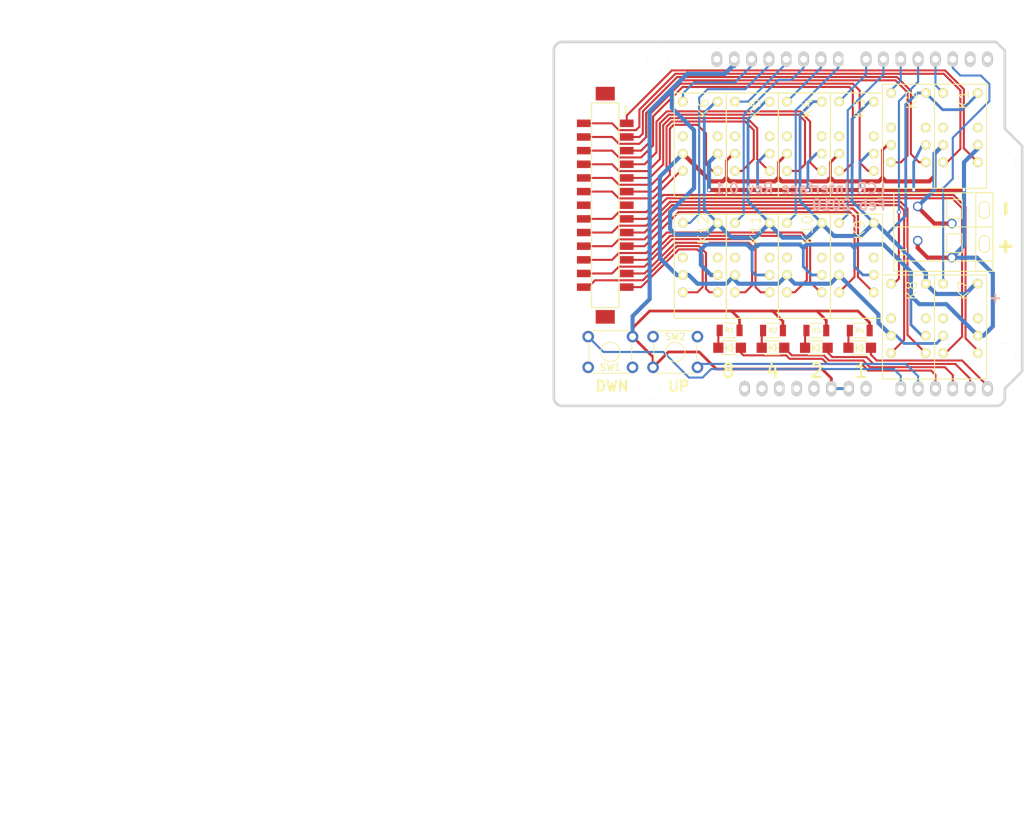
<source format=kicad_pcb>
(kicad_pcb (version 4) (host pcbnew 4.0.6)

  (general
    (links 92)
    (no_connects 0)
    (area 0 0 0 0)
    (thickness 1.6)
    (drawings 9)
    (tracks 553)
    (zones 0)
    (modules 25)
    (nets 84)
  )

  (page USLetter)
  (title_block
    (title "LCR Interface Board")
    (rev 0.1)
    (company "Sigma Design")
    (comment 1 "K. Olsen")
  )

  (layers
    (0 F.Cu signal)
    (31 B.Cu signal)
    (32 B.Adhes user)
    (33 F.Adhes user)
    (34 B.Paste user)
    (35 F.Paste user)
    (36 B.SilkS user)
    (37 F.SilkS user)
    (38 B.Mask user)
    (39 F.Mask user)
    (40 Dwgs.User user)
    (41 Cmts.User user)
    (42 Eco1.User user)
    (43 Eco2.User user)
    (44 Edge.Cuts user)
    (45 Margin user)
    (46 B.CrtYd user)
    (47 F.CrtYd user)
    (48 B.Fab user)
    (49 F.Fab user)
  )

  (setup
    (last_trace_width 0.25)
    (user_trace_width 0.3048)
    (user_trace_width 0.4064)
    (user_trace_width 0.6096)
    (trace_clearance 0.18)
    (zone_clearance 0.508)
    (zone_45_only no)
    (trace_min 0.2)
    (segment_width 0.2)
    (edge_width 0.15)
    (via_size 0.6)
    (via_drill 0.4)
    (via_min_size 0.4)
    (via_min_drill 0.3)
    (uvia_size 0.3)
    (uvia_drill 0.1)
    (uvias_allowed no)
    (uvia_min_size 0.2)
    (uvia_min_drill 0.1)
    (pcb_text_width 0.3)
    (pcb_text_size 1.5 1.5)
    (mod_edge_width 0.15)
    (mod_text_size 1 1)
    (mod_text_width 0.15)
    (pad_size 3.048 3.048)
    (pad_drill 1.8542)
    (pad_to_mask_clearance 0)
    (aux_axis_origin 0 0)
    (visible_elements 7FFFFFFF)
    (pcbplotparams
      (layerselection 0x010f0_80000001)
      (usegerberextensions false)
      (excludeedgelayer true)
      (linewidth 0.100000)
      (plotframeref false)
      (viasonmask false)
      (mode 1)
      (useauxorigin false)
      (hpglpennumber 1)
      (hpglpenspeed 20)
      (hpglpendiameter 15)
      (hpglpenoverlay 2)
      (psnegative false)
      (psa4output false)
      (plotreference true)
      (plotvalue true)
      (plotinvisibletext false)
      (padsonsilk false)
      (subtractmaskfromsilk false)
      (outputformat 1)
      (mirror false)
      (drillshape 0)
      (scaleselection 1)
      (outputdirectory gerbers/))
  )

  (net 0 "")
  (net 1 "Net-(J1-Pad1)")
  (net 2 "Net-(J1-Pad2)")
  (net 3 "Net-(J4-Pad2)")
  (net 4 /1A)
  (net 5 /2A)
  (net 6 /3A)
  (net 7 /4A)
  (net 8 /5A)
  (net 9 /6A)
  (net 10 /7A)
  (net 11 /8A)
  (net 12 /9A)
  (net 13 /10A)
  (net 14 /11A)
  (net 15 /12A)
  (net 16 /1B)
  (net 17 /2B)
  (net 18 /3B)
  (net 19 /4B)
  (net 20 /5B)
  (net 21 /6B)
  (net 22 /7B)
  (net 23 /8B)
  (net 24 /9B)
  (net 25 /10B)
  (net 26 /11B)
  (net 27 /12B)
  (net 28 GND)
  (net 29 "Net-(K1-Pad3)")
  (net 30 "Net-(K1-Pad10)")
  (net 31 "Net-(K2-Pad3)")
  (net 32 "Net-(K2-Pad10)")
  (net 33 "Net-(K3-Pad3)")
  (net 34 "Net-(K3-Pad10)")
  (net 35 "Net-(K4-Pad3)")
  (net 36 "Net-(K4-Pad10)")
  (net 37 "Net-(K5-Pad3)")
  (net 38 "Net-(K5-Pad10)")
  (net 39 "Net-(K6-Pad3)")
  (net 40 "Net-(K6-Pad10)")
  (net 41 "Net-(K7-Pad3)")
  (net 42 "Net-(K7-Pad10)")
  (net 43 "Net-(K8-Pad3)")
  (net 44 "Net-(K8-Pad10)")
  (net 45 "Net-(K9-Pad3)")
  (net 46 "Net-(K9-Pad10)")
  (net 47 "Net-(K10-Pad3)")
  (net 48 "Net-(K10-Pad10)")
  (net 49 "Net-(K11-Pad3)")
  (net 50 "Net-(K11-Pad10)")
  (net 51 "Net-(K12-Pad3)")
  (net 52 "Net-(K12-Pad10)")
  (net 53 "Net-(J4-Pad4)")
  (net 54 "Net-(J4-Pad8)")
  (net 55 "Net-(J4-Pad15)")
  (net 56 "Net-(J4-Pad16)")
  (net 57 "Net-(J4-Pad30)")
  (net 58 VCC)
  (net 59 /A2)
  (net 60 /A1)
  (net 61 /A0)
  (net 62 /A3)
  (net 63 "Net-(D1-Pad1)")
  (net 64 "Net-(D2-Pad1)")
  (net 65 "Net-(D3-Pad1)")
  (net 66 "Net-(D4-Pad1)")
  (net 67 /JA)
  (net 68 /JB)
  (net 69 "Net-(J4-Pad3)")
  (net 70 /A4)
  (net 71 /A5)
  (net 72 /D2)
  (net 73 /D3)
  (net 74 /D4)
  (net 75 /D5)
  (net 76 /D6)
  (net 77 /D7)
  (net 78 /D8)
  (net 79 /D9)
  (net 80 /D10)
  (net 81 /D11)
  (net 82 /D12)
  (net 83 /D13)

  (net_class Default "This is the default net class."
    (clearance 0.18)
    (trace_width 0.25)
    (via_dia 0.6)
    (via_drill 0.4)
    (uvia_dia 0.3)
    (uvia_drill 0.1)
    (add_net /10A)
    (add_net /10B)
    (add_net /11A)
    (add_net /11B)
    (add_net /12A)
    (add_net /12B)
    (add_net /1A)
    (add_net /1B)
    (add_net /2A)
    (add_net /2B)
    (add_net /3A)
    (add_net /3B)
    (add_net /4A)
    (add_net /4B)
    (add_net /5A)
    (add_net /5B)
    (add_net /6A)
    (add_net /6B)
    (add_net /7A)
    (add_net /7B)
    (add_net /8A)
    (add_net /8B)
    (add_net /9A)
    (add_net /9B)
    (add_net /A0)
    (add_net /A1)
    (add_net /A2)
    (add_net /A3)
    (add_net /A4)
    (add_net /A5)
    (add_net /D10)
    (add_net /D11)
    (add_net /D12)
    (add_net /D13)
    (add_net /D2)
    (add_net /D3)
    (add_net /D4)
    (add_net /D5)
    (add_net /D6)
    (add_net /D7)
    (add_net /D8)
    (add_net /D9)
    (add_net /JA)
    (add_net /JB)
    (add_net GND)
    (add_net "Net-(D1-Pad1)")
    (add_net "Net-(D2-Pad1)")
    (add_net "Net-(D3-Pad1)")
    (add_net "Net-(D4-Pad1)")
    (add_net "Net-(J1-Pad1)")
    (add_net "Net-(J1-Pad2)")
    (add_net "Net-(J4-Pad15)")
    (add_net "Net-(J4-Pad16)")
    (add_net "Net-(J4-Pad2)")
    (add_net "Net-(J4-Pad3)")
    (add_net "Net-(J4-Pad30)")
    (add_net "Net-(J4-Pad4)")
    (add_net "Net-(J4-Pad8)")
    (add_net "Net-(K1-Pad10)")
    (add_net "Net-(K1-Pad3)")
    (add_net "Net-(K10-Pad10)")
    (add_net "Net-(K10-Pad3)")
    (add_net "Net-(K11-Pad10)")
    (add_net "Net-(K11-Pad3)")
    (add_net "Net-(K12-Pad10)")
    (add_net "Net-(K12-Pad3)")
    (add_net "Net-(K2-Pad10)")
    (add_net "Net-(K2-Pad3)")
    (add_net "Net-(K3-Pad10)")
    (add_net "Net-(K3-Pad3)")
    (add_net "Net-(K4-Pad10)")
    (add_net "Net-(K4-Pad3)")
    (add_net "Net-(K5-Pad10)")
    (add_net "Net-(K5-Pad3)")
    (add_net "Net-(K6-Pad10)")
    (add_net "Net-(K6-Pad3)")
    (add_net "Net-(K7-Pad10)")
    (add_net "Net-(K7-Pad3)")
    (add_net "Net-(K8-Pad10)")
    (add_net "Net-(K8-Pad3)")
    (add_net "Net-(K9-Pad10)")
    (add_net "Net-(K9-Pad3)")
    (add_net VCC)
  )

  (module LEDs:LED_1206 (layer F.Cu) (tedit 5A9069E5) (tstamp 5A906CD8)
    (at 138.91 119.88)
    (descr "LED 1206 smd package")
    (tags "LED led 1206 SMD smd SMT smt smdled SMDLED smtled SMTLED")
    (path /5A8FC78D)
    (attr smd)
    (fp_text reference D3 (at -1.7 0) (layer F.SilkS) hide
      (effects (font (size 1 1) (thickness 0.15)))
    )
    (fp_text value LED (at 0 1.7) (layer F.Fab)
      (effects (font (size 1 1) (thickness 0.15)))
    )
    (fp_line (start 0.4 0) (end 0.8 0) (layer F.SilkS) (width 0.15))
    (fp_line (start -0.8 0) (end -0.5 0) (layer F.SilkS) (width 0.15))
    (fp_line (start -0.5 -0.6) (end -0.5 0.6) (layer F.SilkS) (width 0.15))
    (fp_line (start -0.4 0) (end 0.4 -0.6) (layer F.SilkS) (width 0.15))
    (fp_line (start 0.4 -0.6) (end 0.4 0.6) (layer F.SilkS) (width 0.15))
    (fp_line (start 0.4 0.6) (end -0.4 0) (layer F.SilkS) (width 0.15))
    (fp_line (start -1.2 1) (end 1 1) (layer F.SilkS) (width 0.15))
    (fp_line (start -1.2 -1) (end 1 -1) (layer F.SilkS) (width 0.15))
    (fp_line (start 1 -1) (end 0.9 -1) (layer F.SilkS) (width 0.15))
    (fp_line (start -0.45 -0.4) (end -0.45 0.4) (layer F.Fab) (width 0.1))
    (fp_line (start -0.4 0) (end 0.2 -0.4) (layer F.Fab) (width 0.1))
    (fp_line (start 0.2 0.4) (end -0.4 0) (layer F.Fab) (width 0.1))
    (fp_line (start 0.2 -0.4) (end 0.2 0.4) (layer F.Fab) (width 0.1))
    (fp_line (start 1.6 0.8) (end -1.6 0.8) (layer F.Fab) (width 0.1))
    (fp_line (start 1.6 -0.8) (end 1.6 0.8) (layer F.Fab) (width 0.1))
    (fp_line (start -1.6 -0.8) (end 1.6 -0.8) (layer F.Fab) (width 0.1))
    (fp_line (start -1.6 0.8) (end -1.6 -0.8) (layer F.Fab) (width 0.1))
    (fp_line (start 2.65 -1) (end 2.65 1) (layer F.CrtYd) (width 0.05))
    (fp_line (start 2.65 1) (end -2.65 1) (layer F.CrtYd) (width 0.05))
    (fp_line (start -2.65 1) (end -2.65 -1) (layer F.CrtYd) (width 0.05))
    (fp_line (start -2.65 -1) (end 2.65 -1) (layer F.CrtYd) (width 0.05))
    (pad 2 smd rect (at 1.65 0 180) (size 1.5 1.5) (layers F.Cu F.Paste F.Mask)
      (net 70 /A4))
    (pad 1 smd rect (at -1.65 0 180) (size 1.5 1.5) (layers F.Cu F.Paste F.Mask)
      (net 65 "Net-(D3-Pad1)"))
    (model ${KISYS3DMOD}/LEDs.3dshapes/LED_1206.wrl
      (at (xyz 0 0 0))
      (scale (xyz 1 1 1))
      (rotate (xyz 0 0 180))
    )
  )

  (module footprints:arduino_header locked (layer F.Cu) (tedit 5A0B8CFF) (tstamp 5A0DFF6E)
    (at 133.486501 101.736501)
    (descr "Arduino Header")
    (tags Arduino)
    (path /5A0BDC9D)
    (fp_text reference J4 (at -2 29) (layer F.SilkS) hide
      (effects (font (size 1.016 1.016) (thickness 0.2032)))
    )
    (fp_text value Arduino_Header (at -10 29) (layer F.SilkS) hide
      (effects (font (size 1.016 0.889) (thickness 0.2032)))
    )
    (fp_line (start 31.75 -26.67) (end -31.75 -26.67) (layer Edge.Cuts) (width 0.381))
    (fp_line (start -31.75 26.67) (end 31.75 26.67) (layer Edge.Cuts) (width 0.381))
    (fp_line (start 35.56 21.59) (end 35.56 -11.43) (layer Edge.Cuts) (width 0.381))
    (fp_line (start 35.56 21.59) (end 33.02 24.13) (layer Edge.Cuts) (width 0.381))
    (fp_line (start 33.02 24.13) (end 33.02 25.4) (layer Edge.Cuts) (width 0.381))
    (fp_line (start 33.02 -25.4) (end 33.02 -13.97) (layer Edge.Cuts) (width 0.381))
    (fp_line (start 33.02 -13.97) (end 35.56 -11.43) (layer Edge.Cuts) (width 0.381))
    (fp_line (start 31.75 -26.67) (end 33.02 -25.4) (layer Edge.Cuts) (width 0.381))
    (fp_arc (start -31.75 -25.4) (end -33.02 -25.4) (angle 90) (layer Edge.Cuts) (width 0.381))
    (fp_line (start -33.02 25.4) (end -33.02 -25.4) (layer Edge.Cuts) (width 0.381))
    (fp_arc (start -31.75 25.4) (end -31.75 26.67) (angle 90) (layer Edge.Cuts) (width 0.381))
    (fp_arc (start 31.75 25.4) (end 33.02 25.4) (angle 90) (layer Edge.Cuts) (width 0.381))
    (pad 1 thru_hole oval (at -5.08 24.13) (size 1.524 2.19964) (drill 1.00076) (layers *.Cu *.Mask Edge.Cuts))
    (pad 2 thru_hole oval (at -2.54 24.13) (size 1.524 2.19964) (drill 1.00076) (layers *.Cu *.Mask Edge.Cuts)
      (net 3 "Net-(J4-Pad2)"))
    (pad 3 thru_hole oval (at 0 24.13) (size 1.524 2.19964) (drill 1.00076) (layers *.Cu *.Mask Edge.Cuts)
      (net 69 "Net-(J4-Pad3)"))
    (pad 4 thru_hole oval (at 2.54 24.13) (size 1.524 2.19964) (drill 1.00076) (layers *.Cu *.Mask Edge.Cuts)
      (net 53 "Net-(J4-Pad4)"))
    (pad 5 thru_hole oval (at 5.08 24.13) (size 1.524 2.19964) (drill 1.00076) (layers *.Cu *.Mask Edge.Cuts)
      (net 58 VCC))
    (pad 6 thru_hole oval (at 7.62 24.13) (size 1.524 2.19964) (drill 1.00076) (layers *.Cu *.Mask Edge.Cuts)
      (net 28 GND))
    (pad 7 thru_hole oval (at 10.16 24.13) (size 1.524 2.19964) (drill 1.00076) (layers *.Cu *.Mask Edge.Cuts)
      (net 28 GND))
    (pad 8 thru_hole oval (at 12.7 24.13) (size 1.524 2.19964) (drill 1.00076) (layers *.Cu *.Mask Edge.Cuts)
      (net 54 "Net-(J4-Pad8)"))
    (pad 9 thru_hole oval (at 17.78 24.13) (size 1.524 2.19964) (drill 1.00076) (layers *.Cu *.Mask Edge.Cuts)
      (net 61 /A0))
    (pad 10 thru_hole oval (at 20.32 24.13) (size 1.524 2.19964) (drill 1.00076) (layers *.Cu *.Mask Edge.Cuts)
      (net 60 /A1))
    (pad 11 thru_hole oval (at 22.86 24.13) (size 1.524 2.19964) (drill 1.00076) (layers *.Cu *.Mask Edge.Cuts)
      (net 59 /A2))
    (pad 12 thru_hole oval (at 25.4 24.13) (size 1.524 2.19964) (drill 1.00076) (layers *.Cu *.Mask Edge.Cuts)
      (net 62 /A3))
    (pad 13 thru_hole oval (at 27.94 24.13) (size 1.524 2.19964) (drill 1.00076) (layers *.Cu *.Mask Edge.Cuts)
      (net 70 /A4))
    (pad 14 thru_hole oval (at 30.48 24.13) (size 1.524 2.19964) (drill 1.00076) (layers *.Cu *.Mask Edge.Cuts)
      (net 71 /A5))
    (pad "" np_thru_hole circle (at -19.05 24.13) (size 3.19786 3.19786) (drill 3.19786) (layers *.Cu *.Mask Edge.Cuts))
    (pad "" np_thru_hole circle (at 33.02 19.05) (size 3.19786 3.19786) (drill 3.19786) (layers *.Cu *.Mask Edge.Cuts))
    (pad 15 thru_hole oval (at 30.48 -24.13) (size 1.524 2.1971) (drill 0.99822) (layers *.Cu *.Mask Edge.Cuts)
      (net 55 "Net-(J4-Pad15)"))
    (pad 16 thru_hole oval (at 27.94 -24.13) (size 1.524 2.1971) (drill 0.99822) (layers *.Cu *.Mask Edge.Cuts)
      (net 56 "Net-(J4-Pad16)"))
    (pad 17 thru_hole oval (at 25.4 -24.13) (size 1.524 2.1971) (drill 0.99822) (layers *.Cu *.Mask Edge.Cuts)
      (net 72 /D2))
    (pad 18 thru_hole oval (at 22.86 -24.13) (size 1.524 2.1971) (drill 0.99822) (layers *.Cu *.Mask Edge.Cuts)
      (net 73 /D3))
    (pad 19 thru_hole oval (at 20.32 -24.13) (size 1.524 2.1971) (drill 0.99822) (layers *.Cu *.Mask Edge.Cuts)
      (net 74 /D4))
    (pad 20 thru_hole oval (at 17.78 -24.13) (size 1.524 2.1971) (drill 0.99822) (layers *.Cu *.Mask Edge.Cuts)
      (net 75 /D5))
    (pad 21 thru_hole oval (at 15.24 -24.13) (size 1.524 2.1971) (drill 0.99822) (layers *.Cu *.Mask Edge.Cuts)
      (net 76 /D6))
    (pad 22 thru_hole oval (at 12.7 -24.13) (size 1.524 2.1971) (drill 0.99822) (layers *.Cu *.Mask Edge.Cuts)
      (net 77 /D7))
    (pad 23 thru_hole oval (at 8.636 -24.13) (size 1.524 2.1971) (drill 0.99822) (layers *.Cu *.Mask Edge.Cuts)
      (net 78 /D8))
    (pad 24 thru_hole oval (at 6.096 -24.13) (size 1.524 2.1971) (drill 0.99822) (layers *.Cu *.Mask Edge.Cuts)
      (net 79 /D9))
    (pad 25 thru_hole oval (at 3.556 -24.13) (size 1.524 2.1971) (drill 0.99822) (layers *.Cu *.Mask Edge.Cuts)
      (net 80 /D10))
    (pad 26 thru_hole oval (at 1.016 -24.13) (size 1.524 2.1971) (drill 0.99822) (layers *.Cu *.Mask Edge.Cuts)
      (net 81 /D11))
    (pad 27 thru_hole oval (at -1.524 -24.13) (size 1.524 2.1971) (drill 0.99822) (layers *.Cu *.Mask Edge.Cuts)
      (net 82 /D12))
    (pad 28 thru_hole oval (at -4.064 -24.13) (size 1.524 2.1971) (drill 0.99822) (layers *.Cu *.Mask Edge.Cuts)
      (net 83 /D13))
    (pad 29 thru_hole oval (at -6.604 -24.13) (size 1.524 2.1971) (drill 0.99822) (layers *.Cu *.Mask Edge.Cuts)
      (net 28 GND))
    (pad 30 thru_hole oval (at -9.14146 -24.13) (size 1.524 2.1971) (drill 0.99822) (layers *.Cu *.Mask Edge.Cuts)
      (net 57 "Net-(J4-Pad30)"))
    (pad "" np_thru_hole circle (at -17.78 -24.13) (size 3.19786 3.19786) (drill 3.19786) (layers *.Cu *.Mask Edge.Cuts))
    (pad "" np_thru_hole circle (at 33.02 -8.89) (size 3.19786 3.19786) (drill 3.19786) (layers *.Cu *.Mask Edge.Cuts))
    (model walter/conn_misc/arduino_header.wrl
      (at (xyz 0 0 0))
      (scale (xyz 1 1 1))
      (rotate (xyz 0 0 0))
    )
  )

  (module footprints:TerminalBlock_4UCON_19963_02x3.5mm_Straight (layer F.Cu) (tedit 5A0B8AD6) (tstamp 5A0DFF44)
    (at 158.75 106.68 90)
    (descr "2-way 3.5mm pitch terminal block, https://cdn-shop.adafruit.com/datasheets/19963.pdf")
    (tags "screw terminal block")
    (path /5A066326)
    (fp_text reference J1 (at 0.762 -7.112 90) (layer F.SilkS)
      (effects (font (size 1 1) (thickness 0.15)))
    )
    (fp_text value Screw_Terminal_1x02 (at 3.5 2.75 90) (layer F.Fab)
      (effects (font (size 0.7 0.7) (thickness 0.15)))
    )
    (fp_line (start 5.75 1.5) (end 5.75 -0.75) (layer F.SilkS) (width 0.15))
    (fp_line (start 5.75 -0.75) (end 8.5 -0.75) (layer F.SilkS) (width 0.15))
    (fp_line (start 8.5 -0.75) (end 8.5 1.5) (layer F.SilkS) (width 0.15))
    (fp_line (start 8.5 1.5) (end 5.75 1.5) (layer F.SilkS) (width 0.15))
    (fp_line (start 0.75 1.5) (end 0.75 -0.75) (layer F.SilkS) (width 0.15))
    (fp_line (start 0.75 -0.75) (end 3.5 -0.75) (layer F.SilkS) (width 0.15))
    (fp_line (start 3.5 -0.75) (end 3.5 1.5) (layer F.SilkS) (width 0.15))
    (fp_arc (start 2.4765 4.7625) (end 3.2385 4.699) (angle 90) (layer F.SilkS) (width 0.15))
    (fp_line (start 0.75 1.5) (end 3.5 1.5) (layer F.SilkS) (width 0.15))
    (fp_line (start -2 3.5) (end 9.25 3.5) (layer F.SilkS) (width 0.15))
    (fp_arc (start 7.5 4.75) (end 7.5 4) (angle 90) (layer F.SilkS) (width 0.15))
    (fp_arc (start 7.5 4.75) (end 8.25 4.75) (angle 90) (layer F.SilkS) (width 0.15))
    (fp_arc (start 6.5 4.75) (end 6.5 5.5) (angle 90) (layer F.SilkS) (width 0.15))
    (fp_arc (start 6.5 4.75) (end 5.75 4.75) (angle 90) (layer F.SilkS) (width 0.15))
    (fp_arc (start 2.5 4.75) (end 2.5 4) (angle 90) (layer F.SilkS) (width 0.15))
    (fp_arc (start 1.5 4.75) (end 1.5 5.5) (angle 90) (layer F.SilkS) (width 0.15))
    (fp_arc (start 1.5 4.75) (end 0.75 4.75) (angle 90) (layer F.SilkS) (width 0.15))
    (fp_line (start 6.5 5.5) (end 7.5 5.5) (layer F.SilkS) (width 0.15))
    (fp_line (start 6.5 4) (end 7.5 4) (layer F.SilkS) (width 0.15))
    (fp_line (start 1.5 5.5) (end 2.5 5.5) (layer F.SilkS) (width 0.15))
    (fp_line (start 1.5 4) (end 2.5 4) (layer F.SilkS) (width 0.15))
    (fp_line (start -0.5 -8.5) (end -2 -8.5) (layer F.SilkS) (width 0.15))
    (fp_line (start -2 -8.5) (end -2 6) (layer F.SilkS) (width 0.15))
    (fp_line (start -2 6) (end -0.5 6) (layer F.SilkS) (width 0.15))
    (fp_line (start 9.5 -5) (end 9.5 6) (layer F.SilkS) (width 0.15))
    (fp_line (start 9.5 6) (end 8.5 6) (layer F.SilkS) (width 0.15))
    (fp_line (start 9.5 -5) (end 9.5 -8.5) (layer F.SilkS) (width 0.15))
    (fp_line (start 9.5 -8.5) (end 8.5 -8.5) (layer F.SilkS) (width 0.15))
    (fp_line (start 4.5 6) (end 4.5 -8.5) (layer F.SilkS) (width 0.15))
    (fp_line (start -0.5 -8.5) (end -0.5 -5.5) (layer F.SilkS) (width 0.15))
    (fp_line (start 8 -8.5) (end 8.5 -8.5) (layer F.SilkS) (width 0.15))
    (fp_line (start 8.5 6) (end -0.5 6) (layer F.SilkS) (width 0.15))
    (fp_line (start -0.5 0) (end -0.5 6) (layer F.SilkS) (width 0.15))
    (fp_line (start -0.5 0) (end -0.5 -5.5) (layer F.SilkS) (width 0.15))
    (fp_line (start -0.5 -8.5) (end 8 -8.5) (layer F.SilkS) (width 0.15))
    (pad 2 thru_hole circle (at 7.5 -5 90) (size 1.4 1.4) (drill 1) (layers *.Cu *.Mask)
      (net 2 "Net-(J1-Pad2)"))
    (pad 1 thru_hole circle (at 2.5 -5 90) (size 1.4 1.4) (drill 1) (layers *.Cu *.Mask)
      (net 1 "Net-(J1-Pad1)"))
    (pad 2 thru_hole circle (at 5 0 90) (size 1.4 1.4) (drill 1) (layers *.Cu *.Mask)
      (net 2 "Net-(J1-Pad2)"))
    (pad 1 thru_hole circle (at 0 0 90) (size 1.4 1.4) (drill 1) (layers *.Cu *.Mask)
      (net 1 "Net-(J1-Pad1)"))
    (model ${KISYS3DMOD}/Connectors_Terminal_Blocks.3dshapes/TerminalBlock_4UCON_19963_02x3.5mm_Straight.wrl
      (at (xyz 0 0 0))
      (scale (xyz 1 1 1))
      (rotate (xyz 0 0 0))
    )
  )

  (module footprints:EC2-12NU (layer F.Cu) (tedit 5A0B64CB) (tstamp 5A0DFF9F)
    (at 157.48 82.55 270)
    (path /5A063E66)
    (fp_text reference K1 (at 1 -3 270) (layer F.SilkS)
      (effects (font (size 1.5 1.5) (thickness 0.15)))
    )
    (fp_text value RELAY_2RT (at 7 -2 270) (layer Dwgs.User)
      (effects (font (size 1 1) (thickness 0.15)))
    )
    (fp_line (start 11.43 1.27) (end 13.97 1.27) (layer F.SilkS) (width 0.15))
    (fp_line (start 13.97 1.27) (end 13.97 -6.35) (layer F.SilkS) (width 0.15))
    (fp_line (start 13.97 -6.35) (end 11.43 -6.35) (layer F.SilkS) (width 0.15))
    (fp_line (start -1.27 -6.35) (end -1.27 1.27) (layer F.SilkS) (width 0.15))
    (fp_line (start -1.27 1.27) (end 11.43 1.27) (layer F.SilkS) (width 0.15))
    (fp_line (start 11.43 -6.35) (end -1.27 -6.35) (layer F.SilkS) (width 0.15))
    (pad 1 thru_hole circle (at 0 0 270) (size 1.4 1.4) (drill 0.800001) (layers *.Cu *.Mask F.SilkS)
      (net 73 /D3))
    (pad 3 thru_hole circle (at 5.08 0 270) (size 1.4 1.4) (drill 0.800001) (layers *.Cu *.Mask F.SilkS)
      (net 29 "Net-(K1-Pad3)"))
    (pad 4 thru_hole circle (at 7.62 0 270) (size 1.4 1.4) (drill 0.800001) (layers *.Cu *.Mask F.SilkS)
      (net 2 "Net-(J1-Pad2)"))
    (pad 5 thru_hole circle (at 10.16 0 270) (size 1.4 1.4) (drill 0.800001) (layers *.Cu *.Mask F.SilkS)
      (net 4 /1A))
    (pad 8 thru_hole circle (at 10.16 -5.08 270) (size 1.4 1.4) (drill 0.800001) (layers *.Cu *.Mask F.SilkS)
      (net 16 /1B))
    (pad 9 thru_hole circle (at 7.62 -5.08 270) (size 1.4 1.4) (drill 0.800001) (layers *.Cu *.Mask F.SilkS)
      (net 1 "Net-(J1-Pad1)"))
    (pad 10 thru_hole circle (at 5.08 -5.08 270) (size 1.4 1.4) (drill 0.800001) (layers *.Cu *.Mask F.SilkS)
      (net 30 "Net-(K1-Pad10)"))
    (pad 12 thru_hole circle (at 0 -5.08 270) (size 1.4 1.4) (drill 0.800001) (layers *.Cu *.Mask F.SilkS)
      (net 28 GND))
  )

  (module footprints:EC2-12NU (layer F.Cu) (tedit 5A0B64CB) (tstamp 5A0DFFB0)
    (at 149.86 82.55 270)
    (path /5A064F5E)
    (fp_text reference K2 (at 1 -3 270) (layer F.SilkS)
      (effects (font (size 1.5 1.5) (thickness 0.15)))
    )
    (fp_text value RELAY_2RT (at 7 -2 270) (layer Dwgs.User)
      (effects (font (size 1 1) (thickness 0.15)))
    )
    (fp_line (start 11.43 1.27) (end 13.97 1.27) (layer F.SilkS) (width 0.15))
    (fp_line (start 13.97 1.27) (end 13.97 -6.35) (layer F.SilkS) (width 0.15))
    (fp_line (start 13.97 -6.35) (end 11.43 -6.35) (layer F.SilkS) (width 0.15))
    (fp_line (start -1.27 -6.35) (end -1.27 1.27) (layer F.SilkS) (width 0.15))
    (fp_line (start -1.27 1.27) (end 11.43 1.27) (layer F.SilkS) (width 0.15))
    (fp_line (start 11.43 -6.35) (end -1.27 -6.35) (layer F.SilkS) (width 0.15))
    (pad 1 thru_hole circle (at 0 0 270) (size 1.4 1.4) (drill 0.800001) (layers *.Cu *.Mask F.SilkS)
      (net 75 /D5))
    (pad 3 thru_hole circle (at 5.08 0 270) (size 1.4 1.4) (drill 0.800001) (layers *.Cu *.Mask F.SilkS)
      (net 31 "Net-(K2-Pad3)"))
    (pad 4 thru_hole circle (at 7.62 0 270) (size 1.4 1.4) (drill 0.800001) (layers *.Cu *.Mask F.SilkS)
      (net 2 "Net-(J1-Pad2)"))
    (pad 5 thru_hole circle (at 10.16 0 270) (size 1.4 1.4) (drill 0.800001) (layers *.Cu *.Mask F.SilkS)
      (net 5 /2A))
    (pad 8 thru_hole circle (at 10.16 -5.08 270) (size 1.4 1.4) (drill 0.800001) (layers *.Cu *.Mask F.SilkS)
      (net 17 /2B))
    (pad 9 thru_hole circle (at 7.62 -5.08 270) (size 1.4 1.4) (drill 0.800001) (layers *.Cu *.Mask F.SilkS)
      (net 1 "Net-(J1-Pad1)"))
    (pad 10 thru_hole circle (at 5.08 -5.08 270) (size 1.4 1.4) (drill 0.800001) (layers *.Cu *.Mask F.SilkS)
      (net 32 "Net-(K2-Pad10)"))
    (pad 12 thru_hole circle (at 0 -5.08 270) (size 1.4 1.4) (drill 0.800001) (layers *.Cu *.Mask F.SilkS)
      (net 28 GND))
  )

  (module footprints:EC2-12NU (layer F.Cu) (tedit 5A0B64CB) (tstamp 5A0DFFC1)
    (at 142.24 83.82 270)
    (path /5A065165)
    (fp_text reference K3 (at 1 -3 270) (layer F.SilkS)
      (effects (font (size 1.5 1.5) (thickness 0.15)))
    )
    (fp_text value RELAY_2RT (at 7 -2 270) (layer Dwgs.User)
      (effects (font (size 1 1) (thickness 0.15)))
    )
    (fp_line (start 11.43 1.27) (end 13.97 1.27) (layer F.SilkS) (width 0.15))
    (fp_line (start 13.97 1.27) (end 13.97 -6.35) (layer F.SilkS) (width 0.15))
    (fp_line (start 13.97 -6.35) (end 11.43 -6.35) (layer F.SilkS) (width 0.15))
    (fp_line (start -1.27 -6.35) (end -1.27 1.27) (layer F.SilkS) (width 0.15))
    (fp_line (start -1.27 1.27) (end 11.43 1.27) (layer F.SilkS) (width 0.15))
    (fp_line (start 11.43 -6.35) (end -1.27 -6.35) (layer F.SilkS) (width 0.15))
    (pad 1 thru_hole circle (at 0 0 270) (size 1.4 1.4) (drill 0.800001) (layers *.Cu *.Mask F.SilkS)
      (net 77 /D7))
    (pad 3 thru_hole circle (at 5.08 0 270) (size 1.4 1.4) (drill 0.800001) (layers *.Cu *.Mask F.SilkS)
      (net 33 "Net-(K3-Pad3)"))
    (pad 4 thru_hole circle (at 7.62 0 270) (size 1.4 1.4) (drill 0.800001) (layers *.Cu *.Mask F.SilkS)
      (net 2 "Net-(J1-Pad2)"))
    (pad 5 thru_hole circle (at 10.16 0 270) (size 1.4 1.4) (drill 0.800001) (layers *.Cu *.Mask F.SilkS)
      (net 6 /3A))
    (pad 8 thru_hole circle (at 10.16 -5.08 270) (size 1.4 1.4) (drill 0.800001) (layers *.Cu *.Mask F.SilkS)
      (net 18 /3B))
    (pad 9 thru_hole circle (at 7.62 -5.08 270) (size 1.4 1.4) (drill 0.800001) (layers *.Cu *.Mask F.SilkS)
      (net 1 "Net-(J1-Pad1)"))
    (pad 10 thru_hole circle (at 5.08 -5.08 270) (size 1.4 1.4) (drill 0.800001) (layers *.Cu *.Mask F.SilkS)
      (net 34 "Net-(K3-Pad10)"))
    (pad 12 thru_hole circle (at 0 -5.08 270) (size 1.4 1.4) (drill 0.800001) (layers *.Cu *.Mask F.SilkS)
      (net 28 GND))
  )

  (module footprints:EC2-12NU (layer F.Cu) (tedit 5A0B64CB) (tstamp 5A0DFFD2)
    (at 134.62 83.82 270)
    (path /5A0650FE)
    (fp_text reference K4 (at 1 -3 270) (layer F.SilkS)
      (effects (font (size 1.5 1.5) (thickness 0.15)))
    )
    (fp_text value RELAY_2RT (at 7 -2 270) (layer Dwgs.User)
      (effects (font (size 1 1) (thickness 0.15)))
    )
    (fp_line (start 11.43 1.27) (end 13.97 1.27) (layer F.SilkS) (width 0.15))
    (fp_line (start 13.97 1.27) (end 13.97 -6.35) (layer F.SilkS) (width 0.15))
    (fp_line (start 13.97 -6.35) (end 11.43 -6.35) (layer F.SilkS) (width 0.15))
    (fp_line (start -1.27 -6.35) (end -1.27 1.27) (layer F.SilkS) (width 0.15))
    (fp_line (start -1.27 1.27) (end 11.43 1.27) (layer F.SilkS) (width 0.15))
    (fp_line (start 11.43 -6.35) (end -1.27 -6.35) (layer F.SilkS) (width 0.15))
    (pad 1 thru_hole circle (at 0 0 270) (size 1.4 1.4) (drill 0.800001) (layers *.Cu *.Mask F.SilkS)
      (net 79 /D9))
    (pad 3 thru_hole circle (at 5.08 0 270) (size 1.4 1.4) (drill 0.800001) (layers *.Cu *.Mask F.SilkS)
      (net 35 "Net-(K4-Pad3)"))
    (pad 4 thru_hole circle (at 7.62 0 270) (size 1.4 1.4) (drill 0.800001) (layers *.Cu *.Mask F.SilkS)
      (net 2 "Net-(J1-Pad2)"))
    (pad 5 thru_hole circle (at 10.16 0 270) (size 1.4 1.4) (drill 0.800001) (layers *.Cu *.Mask F.SilkS)
      (net 7 /4A))
    (pad 8 thru_hole circle (at 10.16 -5.08 270) (size 1.4 1.4) (drill 0.800001) (layers *.Cu *.Mask F.SilkS)
      (net 19 /4B))
    (pad 9 thru_hole circle (at 7.62 -5.08 270) (size 1.4 1.4) (drill 0.800001) (layers *.Cu *.Mask F.SilkS)
      (net 1 "Net-(J1-Pad1)"))
    (pad 10 thru_hole circle (at 5.08 -5.08 270) (size 1.4 1.4) (drill 0.800001) (layers *.Cu *.Mask F.SilkS)
      (net 36 "Net-(K4-Pad10)"))
    (pad 12 thru_hole circle (at 0 -5.08 270) (size 1.4 1.4) (drill 0.800001) (layers *.Cu *.Mask F.SilkS)
      (net 28 GND))
  )

  (module footprints:EC2-12NU (layer F.Cu) (tedit 5A0B64CB) (tstamp 5A0DFFE3)
    (at 127 83.82 270)
    (path /5A065598)
    (fp_text reference K5 (at 1 -3 270) (layer F.SilkS)
      (effects (font (size 1.5 1.5) (thickness 0.15)))
    )
    (fp_text value RELAY_2RT (at 7 -2 270) (layer Dwgs.User)
      (effects (font (size 1 1) (thickness 0.15)))
    )
    (fp_line (start 11.43 1.27) (end 13.97 1.27) (layer F.SilkS) (width 0.15))
    (fp_line (start 13.97 1.27) (end 13.97 -6.35) (layer F.SilkS) (width 0.15))
    (fp_line (start 13.97 -6.35) (end 11.43 -6.35) (layer F.SilkS) (width 0.15))
    (fp_line (start -1.27 -6.35) (end -1.27 1.27) (layer F.SilkS) (width 0.15))
    (fp_line (start -1.27 1.27) (end 11.43 1.27) (layer F.SilkS) (width 0.15))
    (fp_line (start 11.43 -6.35) (end -1.27 -6.35) (layer F.SilkS) (width 0.15))
    (pad 1 thru_hole circle (at 0 0 270) (size 1.4 1.4) (drill 0.800001) (layers *.Cu *.Mask F.SilkS)
      (net 81 /D11))
    (pad 3 thru_hole circle (at 5.08 0 270) (size 1.4 1.4) (drill 0.800001) (layers *.Cu *.Mask F.SilkS)
      (net 37 "Net-(K5-Pad3)"))
    (pad 4 thru_hole circle (at 7.62 0 270) (size 1.4 1.4) (drill 0.800001) (layers *.Cu *.Mask F.SilkS)
      (net 2 "Net-(J1-Pad2)"))
    (pad 5 thru_hole circle (at 10.16 0 270) (size 1.4 1.4) (drill 0.800001) (layers *.Cu *.Mask F.SilkS)
      (net 8 /5A))
    (pad 8 thru_hole circle (at 10.16 -5.08 270) (size 1.4 1.4) (drill 0.800001) (layers *.Cu *.Mask F.SilkS)
      (net 20 /5B))
    (pad 9 thru_hole circle (at 7.62 -5.08 270) (size 1.4 1.4) (drill 0.800001) (layers *.Cu *.Mask F.SilkS)
      (net 1 "Net-(J1-Pad1)"))
    (pad 10 thru_hole circle (at 5.08 -5.08 270) (size 1.4 1.4) (drill 0.800001) (layers *.Cu *.Mask F.SilkS)
      (net 38 "Net-(K5-Pad10)"))
    (pad 12 thru_hole circle (at 0 -5.08 270) (size 1.4 1.4) (drill 0.800001) (layers *.Cu *.Mask F.SilkS)
      (net 28 GND))
  )

  (module footprints:EC2-12NU (layer F.Cu) (tedit 5A0B64CB) (tstamp 5A0DFFF4)
    (at 119.38 83.82 270)
    (path /5A065592)
    (fp_text reference K6 (at 1 -3 270) (layer F.SilkS)
      (effects (font (size 1.5 1.5) (thickness 0.15)))
    )
    (fp_text value RELAY_2RT (at 7 -2 270) (layer Dwgs.User)
      (effects (font (size 1 1) (thickness 0.15)))
    )
    (fp_line (start 11.43 1.27) (end 13.97 1.27) (layer F.SilkS) (width 0.15))
    (fp_line (start 13.97 1.27) (end 13.97 -6.35) (layer F.SilkS) (width 0.15))
    (fp_line (start 13.97 -6.35) (end 11.43 -6.35) (layer F.SilkS) (width 0.15))
    (fp_line (start -1.27 -6.35) (end -1.27 1.27) (layer F.SilkS) (width 0.15))
    (fp_line (start -1.27 1.27) (end 11.43 1.27) (layer F.SilkS) (width 0.15))
    (fp_line (start 11.43 -6.35) (end -1.27 -6.35) (layer F.SilkS) (width 0.15))
    (pad 1 thru_hole circle (at 0 0 270) (size 1.4 1.4) (drill 0.800001) (layers *.Cu *.Mask F.SilkS)
      (net 83 /D13))
    (pad 3 thru_hole circle (at 5.08 0 270) (size 1.4 1.4) (drill 0.800001) (layers *.Cu *.Mask F.SilkS)
      (net 39 "Net-(K6-Pad3)"))
    (pad 4 thru_hole circle (at 7.62 0 270) (size 1.4 1.4) (drill 0.800001) (layers *.Cu *.Mask F.SilkS)
      (net 2 "Net-(J1-Pad2)"))
    (pad 5 thru_hole circle (at 10.16 0 270) (size 1.4 1.4) (drill 0.800001) (layers *.Cu *.Mask F.SilkS)
      (net 9 /6A))
    (pad 8 thru_hole circle (at 10.16 -5.08 270) (size 1.4 1.4) (drill 0.800001) (layers *.Cu *.Mask F.SilkS)
      (net 21 /6B))
    (pad 9 thru_hole circle (at 7.62 -5.08 270) (size 1.4 1.4) (drill 0.800001) (layers *.Cu *.Mask F.SilkS)
      (net 1 "Net-(J1-Pad1)"))
    (pad 10 thru_hole circle (at 5.08 -5.08 270) (size 1.4 1.4) (drill 0.800001) (layers *.Cu *.Mask F.SilkS)
      (net 40 "Net-(K6-Pad10)"))
    (pad 12 thru_hole circle (at 0 -5.08 270) (size 1.4 1.4) (drill 0.800001) (layers *.Cu *.Mask F.SilkS)
      (net 28 GND))
  )

  (module footprints:EC2-12NU (layer F.Cu) (tedit 5A905A8B) (tstamp 5A0E0005)
    (at 119.38 101.6 270)
    (path /5A06559E)
    (fp_text reference K12 (at 1 -3 270) (layer F.SilkS)
      (effects (font (size 1.5 1.5) (thickness 0.15)))
    )
    (fp_text value RELAY_2RT (at 7 -2 270) (layer Dwgs.User)
      (effects (font (size 1 1) (thickness 0.15)))
    )
    (fp_line (start 11.43 1.27) (end 13.97 1.27) (layer F.SilkS) (width 0.15))
    (fp_line (start 13.97 1.27) (end 13.97 -6.35) (layer F.SilkS) (width 0.15))
    (fp_line (start 13.97 -6.35) (end 11.43 -6.35) (layer F.SilkS) (width 0.15))
    (fp_line (start -1.27 -6.35) (end -1.27 1.27) (layer F.SilkS) (width 0.15))
    (fp_line (start -1.27 1.27) (end 11.43 1.27) (layer F.SilkS) (width 0.15))
    (fp_line (start 11.43 -6.35) (end -1.27 -6.35) (layer F.SilkS) (width 0.15))
    (pad 1 thru_hole circle (at 0 0 270) (size 1.4 1.4) (drill 0.800001) (layers *.Cu *.Mask F.SilkS)
      (net 82 /D12))
    (pad 3 thru_hole circle (at 5.08 0 270) (size 1.4 1.4) (drill 0.800001) (layers *.Cu *.Mask F.SilkS)
      (net 51 "Net-(K12-Pad3)"))
    (pad 4 thru_hole circle (at 7.62 0 270) (size 1.4 1.4) (drill 0.800001) (layers *.Cu *.Mask F.SilkS)
      (net 2 "Net-(J1-Pad2)"))
    (pad 5 thru_hole circle (at 10.16 0 270) (size 1.4 1.4) (drill 0.800001) (layers *.Cu *.Mask F.SilkS)
      (net 15 /12A))
    (pad 8 thru_hole circle (at 10.16 -5.08 270) (size 1.4 1.4) (drill 0.800001) (layers *.Cu *.Mask F.SilkS)
      (net 27 /12B))
    (pad 9 thru_hole circle (at 7.62 -5.08 270) (size 1.4 1.4) (drill 0.800001) (layers *.Cu *.Mask F.SilkS)
      (net 1 "Net-(J1-Pad1)"))
    (pad 10 thru_hole circle (at 5.08 -5.08 270) (size 1.4 1.4) (drill 0.800001) (layers *.Cu *.Mask F.SilkS)
      (net 52 "Net-(K12-Pad10)"))
    (pad 12 thru_hole circle (at 0 -5.08 270) (size 1.4 1.4) (drill 0.800001) (layers *.Cu *.Mask F.SilkS)
      (net 28 GND))
  )

  (module footprints:EC2-12NU (layer F.Cu) (tedit 5A905A20) (tstamp 5A0E0016)
    (at 127 101.6 270)
    (path /5A06558C)
    (fp_text reference K11 (at 1 -3 270) (layer F.SilkS)
      (effects (font (size 1.5 1.5) (thickness 0.15)))
    )
    (fp_text value RELAY_2RT (at 7 -2 270) (layer Dwgs.User)
      (effects (font (size 1 1) (thickness 0.15)))
    )
    (fp_line (start 11.43 1.27) (end 13.97 1.27) (layer F.SilkS) (width 0.15))
    (fp_line (start 13.97 1.27) (end 13.97 -6.35) (layer F.SilkS) (width 0.15))
    (fp_line (start 13.97 -6.35) (end 11.43 -6.35) (layer F.SilkS) (width 0.15))
    (fp_line (start -1.27 -6.35) (end -1.27 1.27) (layer F.SilkS) (width 0.15))
    (fp_line (start -1.27 1.27) (end 11.43 1.27) (layer F.SilkS) (width 0.15))
    (fp_line (start 11.43 -6.35) (end -1.27 -6.35) (layer F.SilkS) (width 0.15))
    (pad 1 thru_hole circle (at 0 0 270) (size 1.4 1.4) (drill 0.800001) (layers *.Cu *.Mask F.SilkS)
      (net 80 /D10))
    (pad 3 thru_hole circle (at 5.08 0 270) (size 1.4 1.4) (drill 0.800001) (layers *.Cu *.Mask F.SilkS)
      (net 49 "Net-(K11-Pad3)"))
    (pad 4 thru_hole circle (at 7.62 0 270) (size 1.4 1.4) (drill 0.800001) (layers *.Cu *.Mask F.SilkS)
      (net 2 "Net-(J1-Pad2)"))
    (pad 5 thru_hole circle (at 10.16 0 270) (size 1.4 1.4) (drill 0.800001) (layers *.Cu *.Mask F.SilkS)
      (net 14 /11A))
    (pad 8 thru_hole circle (at 10.16 -5.08 270) (size 1.4 1.4) (drill 0.800001) (layers *.Cu *.Mask F.SilkS)
      (net 26 /11B))
    (pad 9 thru_hole circle (at 7.62 -5.08 270) (size 1.4 1.4) (drill 0.800001) (layers *.Cu *.Mask F.SilkS)
      (net 1 "Net-(J1-Pad1)"))
    (pad 10 thru_hole circle (at 5.08 -5.08 270) (size 1.4 1.4) (drill 0.800001) (layers *.Cu *.Mask F.SilkS)
      (net 50 "Net-(K11-Pad10)"))
    (pad 12 thru_hole circle (at 0 -5.08 270) (size 1.4 1.4) (drill 0.800001) (layers *.Cu *.Mask F.SilkS)
      (net 28 GND))
  )

  (module footprints:EC2-12NU (layer F.Cu) (tedit 5A905A1A) (tstamp 5A0E0027)
    (at 134.62 101.6 270)
    (path /5A0653CA)
    (fp_text reference K10 (at 1 -3 270) (layer F.SilkS)
      (effects (font (size 1.5 1.5) (thickness 0.15)))
    )
    (fp_text value RELAY_2RT (at 7 -2 270) (layer Dwgs.User)
      (effects (font (size 1 1) (thickness 0.15)))
    )
    (fp_line (start 11.43 1.27) (end 13.97 1.27) (layer F.SilkS) (width 0.15))
    (fp_line (start 13.97 1.27) (end 13.97 -6.35) (layer F.SilkS) (width 0.15))
    (fp_line (start 13.97 -6.35) (end 11.43 -6.35) (layer F.SilkS) (width 0.15))
    (fp_line (start -1.27 -6.35) (end -1.27 1.27) (layer F.SilkS) (width 0.15))
    (fp_line (start -1.27 1.27) (end 11.43 1.27) (layer F.SilkS) (width 0.15))
    (fp_line (start 11.43 -6.35) (end -1.27 -6.35) (layer F.SilkS) (width 0.15))
    (pad 1 thru_hole circle (at 0 0 270) (size 1.4 1.4) (drill 0.800001) (layers *.Cu *.Mask F.SilkS)
      (net 78 /D8))
    (pad 3 thru_hole circle (at 5.08 0 270) (size 1.4 1.4) (drill 0.800001) (layers *.Cu *.Mask F.SilkS)
      (net 47 "Net-(K10-Pad3)"))
    (pad 4 thru_hole circle (at 7.62 0 270) (size 1.4 1.4) (drill 0.800001) (layers *.Cu *.Mask F.SilkS)
      (net 2 "Net-(J1-Pad2)"))
    (pad 5 thru_hole circle (at 10.16 0 270) (size 1.4 1.4) (drill 0.800001) (layers *.Cu *.Mask F.SilkS)
      (net 13 /10A))
    (pad 8 thru_hole circle (at 10.16 -5.08 270) (size 1.4 1.4) (drill 0.800001) (layers *.Cu *.Mask F.SilkS)
      (net 25 /10B))
    (pad 9 thru_hole circle (at 7.62 -5.08 270) (size 1.4 1.4) (drill 0.800001) (layers *.Cu *.Mask F.SilkS)
      (net 1 "Net-(J1-Pad1)"))
    (pad 10 thru_hole circle (at 5.08 -5.08 270) (size 1.4 1.4) (drill 0.800001) (layers *.Cu *.Mask F.SilkS)
      (net 48 "Net-(K10-Pad10)"))
    (pad 12 thru_hole circle (at 0 -5.08 270) (size 1.4 1.4) (drill 0.800001) (layers *.Cu *.Mask F.SilkS)
      (net 28 GND))
  )

  (module footprints:EC2-12NU (layer F.Cu) (tedit 5A905A14) (tstamp 5A0E0038)
    (at 142.24 101.6 270)
    (path /5A064F9D)
    (fp_text reference K9 (at 1 -3 270) (layer F.SilkS)
      (effects (font (size 1.5 1.5) (thickness 0.15)))
    )
    (fp_text value RELAY_2RT (at 7 -2 270) (layer Dwgs.User)
      (effects (font (size 1 1) (thickness 0.15)))
    )
    (fp_line (start 11.43 1.27) (end 13.97 1.27) (layer F.SilkS) (width 0.15))
    (fp_line (start 13.97 1.27) (end 13.97 -6.35) (layer F.SilkS) (width 0.15))
    (fp_line (start 13.97 -6.35) (end 11.43 -6.35) (layer F.SilkS) (width 0.15))
    (fp_line (start -1.27 -6.35) (end -1.27 1.27) (layer F.SilkS) (width 0.15))
    (fp_line (start -1.27 1.27) (end 11.43 1.27) (layer F.SilkS) (width 0.15))
    (fp_line (start 11.43 -6.35) (end -1.27 -6.35) (layer F.SilkS) (width 0.15))
    (pad 1 thru_hole circle (at 0 0 270) (size 1.4 1.4) (drill 0.800001) (layers *.Cu *.Mask F.SilkS)
      (net 76 /D6))
    (pad 3 thru_hole circle (at 5.08 0 270) (size 1.4 1.4) (drill 0.800001) (layers *.Cu *.Mask F.SilkS)
      (net 45 "Net-(K9-Pad3)"))
    (pad 4 thru_hole circle (at 7.62 0 270) (size 1.4 1.4) (drill 0.800001) (layers *.Cu *.Mask F.SilkS)
      (net 2 "Net-(J1-Pad2)"))
    (pad 5 thru_hole circle (at 10.16 0 270) (size 1.4 1.4) (drill 0.800001) (layers *.Cu *.Mask F.SilkS)
      (net 12 /9A))
    (pad 8 thru_hole circle (at 10.16 -5.08 270) (size 1.4 1.4) (drill 0.800001) (layers *.Cu *.Mask F.SilkS)
      (net 24 /9B))
    (pad 9 thru_hole circle (at 7.62 -5.08 270) (size 1.4 1.4) (drill 0.800001) (layers *.Cu *.Mask F.SilkS)
      (net 1 "Net-(J1-Pad1)"))
    (pad 10 thru_hole circle (at 5.08 -5.08 270) (size 1.4 1.4) (drill 0.800001) (layers *.Cu *.Mask F.SilkS)
      (net 46 "Net-(K9-Pad10)"))
    (pad 12 thru_hole circle (at 0 -5.08 270) (size 1.4 1.4) (drill 0.800001) (layers *.Cu *.Mask F.SilkS)
      (net 28 GND))
  )

  (module footprints:EC2-12NU (layer F.Cu) (tedit 5A905A0C) (tstamp 5A0E0049)
    (at 149.86 110.49 270)
    (path /5A065084)
    (fp_text reference K8 (at 1 -3 270) (layer F.SilkS)
      (effects (font (size 1.5 1.5) (thickness 0.15)))
    )
    (fp_text value RELAY_2RT (at 7 -2 270) (layer Dwgs.User)
      (effects (font (size 1 1) (thickness 0.15)))
    )
    (fp_line (start 11.43 1.27) (end 13.97 1.27) (layer F.SilkS) (width 0.15))
    (fp_line (start 13.97 1.27) (end 13.97 -6.35) (layer F.SilkS) (width 0.15))
    (fp_line (start 13.97 -6.35) (end 11.43 -6.35) (layer F.SilkS) (width 0.15))
    (fp_line (start -1.27 -6.35) (end -1.27 1.27) (layer F.SilkS) (width 0.15))
    (fp_line (start -1.27 1.27) (end 11.43 1.27) (layer F.SilkS) (width 0.15))
    (fp_line (start 11.43 -6.35) (end -1.27 -6.35) (layer F.SilkS) (width 0.15))
    (pad 1 thru_hole circle (at 0 0 270) (size 1.4 1.4) (drill 0.800001) (layers *.Cu *.Mask F.SilkS)
      (net 74 /D4))
    (pad 3 thru_hole circle (at 5.08 0 270) (size 1.4 1.4) (drill 0.800001) (layers *.Cu *.Mask F.SilkS)
      (net 43 "Net-(K8-Pad3)"))
    (pad 4 thru_hole circle (at 7.62 0 270) (size 1.4 1.4) (drill 0.800001) (layers *.Cu *.Mask F.SilkS)
      (net 2 "Net-(J1-Pad2)"))
    (pad 5 thru_hole circle (at 10.16 0 270) (size 1.4 1.4) (drill 0.800001) (layers *.Cu *.Mask F.SilkS)
      (net 11 /8A))
    (pad 8 thru_hole circle (at 10.16 -5.08 270) (size 1.4 1.4) (drill 0.800001) (layers *.Cu *.Mask F.SilkS)
      (net 23 /8B))
    (pad 9 thru_hole circle (at 7.62 -5.08 270) (size 1.4 1.4) (drill 0.800001) (layers *.Cu *.Mask F.SilkS)
      (net 1 "Net-(J1-Pad1)"))
    (pad 10 thru_hole circle (at 5.08 -5.08 270) (size 1.4 1.4) (drill 0.800001) (layers *.Cu *.Mask F.SilkS)
      (net 44 "Net-(K8-Pad10)"))
    (pad 12 thru_hole circle (at 0 -5.08 270) (size 1.4 1.4) (drill 0.800001) (layers *.Cu *.Mask F.SilkS)
      (net 28 GND))
  )

  (module footprints:EC2-12NU (layer F.Cu) (tedit 5A905A05) (tstamp 5A0E005A)
    (at 157.48 110.49 270)
    (path /5A064FE5)
    (fp_text reference K7 (at 1 -3 270) (layer F.SilkS)
      (effects (font (size 1.5 1.5) (thickness 0.15)))
    )
    (fp_text value RELAY_2RT (at 7 -2 270) (layer Dwgs.User)
      (effects (font (size 1 1) (thickness 0.15)))
    )
    (fp_line (start 11.43 1.27) (end 13.97 1.27) (layer F.SilkS) (width 0.15))
    (fp_line (start 13.97 1.27) (end 13.97 -6.35) (layer F.SilkS) (width 0.15))
    (fp_line (start 13.97 -6.35) (end 11.43 -6.35) (layer F.SilkS) (width 0.15))
    (fp_line (start -1.27 -6.35) (end -1.27 1.27) (layer F.SilkS) (width 0.15))
    (fp_line (start -1.27 1.27) (end 11.43 1.27) (layer F.SilkS) (width 0.15))
    (fp_line (start 11.43 -6.35) (end -1.27 -6.35) (layer F.SilkS) (width 0.15))
    (pad 1 thru_hole circle (at 0 0 270) (size 1.4 1.4) (drill 0.800001) (layers *.Cu *.Mask F.SilkS)
      (net 72 /D2))
    (pad 3 thru_hole circle (at 5.08 0 270) (size 1.4 1.4) (drill 0.800001) (layers *.Cu *.Mask F.SilkS)
      (net 41 "Net-(K7-Pad3)"))
    (pad 4 thru_hole circle (at 7.62 0 270) (size 1.4 1.4) (drill 0.800001) (layers *.Cu *.Mask F.SilkS)
      (net 2 "Net-(J1-Pad2)"))
    (pad 5 thru_hole circle (at 10.16 0 270) (size 1.4 1.4) (drill 0.800001) (layers *.Cu *.Mask F.SilkS)
      (net 10 /7A))
    (pad 8 thru_hole circle (at 10.16 -5.08 270) (size 1.4 1.4) (drill 0.800001) (layers *.Cu *.Mask F.SilkS)
      (net 22 /7B))
    (pad 9 thru_hole circle (at 7.62 -5.08 270) (size 1.4 1.4) (drill 0.800001) (layers *.Cu *.Mask F.SilkS)
      (net 1 "Net-(J1-Pad1)"))
    (pad 10 thru_hole circle (at 5.08 -5.08 270) (size 1.4 1.4) (drill 0.800001) (layers *.Cu *.Mask F.SilkS)
      (net 42 "Net-(K7-Pad10)"))
    (pad 12 thru_hole circle (at 0 -5.08 270) (size 1.4 1.4) (drill 0.800001) (layers *.Cu *.Mask F.SilkS)
      (net 28 GND))
  )

  (module footprints:R_1206 (layer F.Cu) (tedit 5A0B91E2) (tstamp 5A0E006B)
    (at 126.21 117.34)
    (descr "Resistor SMD 1206, reflow soldering, Vishay (see dcrcw.pdf)")
    (tags "resistor 1206")
    (path /5A8FC6DF)
    (attr smd)
    (fp_text reference R1 (at 0.254 1.778) (layer F.SilkS) hide
      (effects (font (size 1 1) (thickness 0.15)))
    )
    (fp_text value 330 (at 0 -1.778) (layer F.Fab) hide
      (effects (font (size 1 1) (thickness 0.15)))
    )
    (fp_text user %R (at 0 0) (layer F.SilkS)
      (effects (font (size 0.7 0.7) (thickness 0.105)))
    )
    (fp_line (start -1.6 0.8) (end -1.6 -0.8) (layer F.Fab) (width 0.1))
    (fp_line (start 1.6 0.8) (end -1.6 0.8) (layer F.Fab) (width 0.1))
    (fp_line (start 1.6 -0.8) (end 1.6 0.8) (layer F.Fab) (width 0.1))
    (fp_line (start -1.6 -0.8) (end 1.6 -0.8) (layer F.Fab) (width 0.1))
    (fp_line (start 1 1.07) (end -1 1.07) (layer F.SilkS) (width 0.12))
    (fp_line (start -1 -1.07) (end 1 -1.07) (layer F.SilkS) (width 0.12))
    (fp_line (start -2.15 -1.11) (end 2.15 -1.11) (layer F.CrtYd) (width 0.05))
    (fp_line (start -2.15 -1.11) (end -2.15 1.1) (layer F.CrtYd) (width 0.05))
    (fp_line (start 2.15 1.1) (end 2.15 -1.11) (layer F.CrtYd) (width 0.05))
    (fp_line (start 2.15 1.1) (end -2.15 1.1) (layer F.CrtYd) (width 0.05))
    (pad 1 smd rect (at -1.45 0) (size 0.9 1.7) (layers F.Cu F.Paste F.Mask)
      (net 63 "Net-(D1-Pad1)"))
    (pad 2 smd rect (at 1.45 0) (size 0.9 1.7) (layers F.Cu F.Paste F.Mask)
      (net 28 GND))
    (model ${KISYS3DMOD}/Resistors_SMD.3dshapes/R_1206.wrl
      (at (xyz 0 0 0))
      (scale (xyz 1 1 1))
      (rotate (xyz 0 0 0))
    )
  )

  (module footprints:R_1206 (layer F.Cu) (tedit 5A0B91E2) (tstamp 5A8F3107)
    (at 132.56 117.36)
    (descr "Resistor SMD 1206, reflow soldering, Vishay (see dcrcw.pdf)")
    (tags "resistor 1206")
    (path /5A8FC780)
    (attr smd)
    (fp_text reference R2 (at 0.254 1.778) (layer F.SilkS) hide
      (effects (font (size 1 1) (thickness 0.15)))
    )
    (fp_text value 330 (at 0 -1.778) (layer F.Fab) hide
      (effects (font (size 1 1) (thickness 0.15)))
    )
    (fp_text user %R (at 0 0) (layer F.SilkS)
      (effects (font (size 0.7 0.7) (thickness 0.105)))
    )
    (fp_line (start -1.6 0.8) (end -1.6 -0.8) (layer F.Fab) (width 0.1))
    (fp_line (start 1.6 0.8) (end -1.6 0.8) (layer F.Fab) (width 0.1))
    (fp_line (start 1.6 -0.8) (end 1.6 0.8) (layer F.Fab) (width 0.1))
    (fp_line (start -1.6 -0.8) (end 1.6 -0.8) (layer F.Fab) (width 0.1))
    (fp_line (start 1 1.07) (end -1 1.07) (layer F.SilkS) (width 0.12))
    (fp_line (start -1 -1.07) (end 1 -1.07) (layer F.SilkS) (width 0.12))
    (fp_line (start -2.15 -1.11) (end 2.15 -1.11) (layer F.CrtYd) (width 0.05))
    (fp_line (start -2.15 -1.11) (end -2.15 1.1) (layer F.CrtYd) (width 0.05))
    (fp_line (start 2.15 1.1) (end 2.15 -1.11) (layer F.CrtYd) (width 0.05))
    (fp_line (start 2.15 1.1) (end -2.15 1.1) (layer F.CrtYd) (width 0.05))
    (pad 1 smd rect (at -1.45 0) (size 0.9 1.7) (layers F.Cu F.Paste F.Mask)
      (net 64 "Net-(D2-Pad1)"))
    (pad 2 smd rect (at 1.45 0) (size 0.9 1.7) (layers F.Cu F.Paste F.Mask)
      (net 28 GND))
    (model ${KISYS3DMOD}/Resistors_SMD.3dshapes/R_1206.wrl
      (at (xyz 0 0 0))
      (scale (xyz 1 1 1))
      (rotate (xyz 0 0 0))
    )
  )

  (module footprints:R_1206 (layer F.Cu) (tedit 5A0B91E2) (tstamp 5A8F3118)
    (at 138.91 117.36)
    (descr "Resistor SMD 1206, reflow soldering, Vishay (see dcrcw.pdf)")
    (tags "resistor 1206")
    (path /5A8FC793)
    (attr smd)
    (fp_text reference R3 (at 0.254 1.778) (layer F.SilkS) hide
      (effects (font (size 1 1) (thickness 0.15)))
    )
    (fp_text value 330 (at 0 -1.778) (layer F.Fab) hide
      (effects (font (size 1 1) (thickness 0.15)))
    )
    (fp_text user %R (at 0 0) (layer F.SilkS)
      (effects (font (size 0.7 0.7) (thickness 0.105)))
    )
    (fp_line (start -1.6 0.8) (end -1.6 -0.8) (layer F.Fab) (width 0.1))
    (fp_line (start 1.6 0.8) (end -1.6 0.8) (layer F.Fab) (width 0.1))
    (fp_line (start 1.6 -0.8) (end 1.6 0.8) (layer F.Fab) (width 0.1))
    (fp_line (start -1.6 -0.8) (end 1.6 -0.8) (layer F.Fab) (width 0.1))
    (fp_line (start 1 1.07) (end -1 1.07) (layer F.SilkS) (width 0.12))
    (fp_line (start -1 -1.07) (end 1 -1.07) (layer F.SilkS) (width 0.12))
    (fp_line (start -2.15 -1.11) (end 2.15 -1.11) (layer F.CrtYd) (width 0.05))
    (fp_line (start -2.15 -1.11) (end -2.15 1.1) (layer F.CrtYd) (width 0.05))
    (fp_line (start 2.15 1.1) (end 2.15 -1.11) (layer F.CrtYd) (width 0.05))
    (fp_line (start 2.15 1.1) (end -2.15 1.1) (layer F.CrtYd) (width 0.05))
    (pad 1 smd rect (at -1.45 0) (size 0.9 1.7) (layers F.Cu F.Paste F.Mask)
      (net 65 "Net-(D3-Pad1)"))
    (pad 2 smd rect (at 1.45 0) (size 0.9 1.7) (layers F.Cu F.Paste F.Mask)
      (net 28 GND))
    (model ${KISYS3DMOD}/Resistors_SMD.3dshapes/R_1206.wrl
      (at (xyz 0 0 0))
      (scale (xyz 1 1 1))
      (rotate (xyz 0 0 0))
    )
  )

  (module footprints:R_1206 (layer F.Cu) (tedit 5A0B91E2) (tstamp 5A8F3129)
    (at 145.26 117.36)
    (descr "Resistor SMD 1206, reflow soldering, Vishay (see dcrcw.pdf)")
    (tags "resistor 1206")
    (path /5A0CD2A7)
    (attr smd)
    (fp_text reference R4 (at 0.254 1.778) (layer F.SilkS) hide
      (effects (font (size 1 1) (thickness 0.15)))
    )
    (fp_text value 330 (at 0 -1.778) (layer F.Fab) hide
      (effects (font (size 1 1) (thickness 0.15)))
    )
    (fp_text user %R (at 0 0) (layer F.SilkS)
      (effects (font (size 0.7 0.7) (thickness 0.105)))
    )
    (fp_line (start -1.6 0.8) (end -1.6 -0.8) (layer F.Fab) (width 0.1))
    (fp_line (start 1.6 0.8) (end -1.6 0.8) (layer F.Fab) (width 0.1))
    (fp_line (start 1.6 -0.8) (end 1.6 0.8) (layer F.Fab) (width 0.1))
    (fp_line (start -1.6 -0.8) (end 1.6 -0.8) (layer F.Fab) (width 0.1))
    (fp_line (start 1 1.07) (end -1 1.07) (layer F.SilkS) (width 0.12))
    (fp_line (start -1 -1.07) (end 1 -1.07) (layer F.SilkS) (width 0.12))
    (fp_line (start -2.15 -1.11) (end 2.15 -1.11) (layer F.CrtYd) (width 0.05))
    (fp_line (start -2.15 -1.11) (end -2.15 1.1) (layer F.CrtYd) (width 0.05))
    (fp_line (start 2.15 1.1) (end 2.15 -1.11) (layer F.CrtYd) (width 0.05))
    (fp_line (start 2.15 1.1) (end -2.15 1.1) (layer F.CrtYd) (width 0.05))
    (pad 1 smd rect (at -1.45 0) (size 0.9 1.7) (layers F.Cu F.Paste F.Mask)
      (net 66 "Net-(D4-Pad1)"))
    (pad 2 smd rect (at 1.45 0) (size 0.9 1.7) (layers F.Cu F.Paste F.Mask)
      (net 28 GND))
    (model ${KISYS3DMOD}/Resistors_SMD.3dshapes/R_1206.wrl
      (at (xyz 0 0 0))
      (scale (xyz 1 1 1))
      (rotate (xyz 0 0 0))
    )
  )

  (module footprints:LED_1206 (layer F.Cu) (tedit 5A906991) (tstamp 5A907E13)
    (at 126.21 119.88)
    (descr "LED 1206 smd package")
    (tags "LED led 1206 SMD smd SMT smt smdled SMDLED smtled SMTLED")
    (path /5A8FC6D9)
    (attr smd)
    (fp_text reference D1 (at -1.7 0) (layer F.SilkS) hide
      (effects (font (size 1 1) (thickness 0.15)))
    )
    (fp_text value LED (at 0 1.7) (layer F.Fab)
      (effects (font (size 1 1) (thickness 0.15)))
    )
    (fp_line (start 0.4 0) (end 0.8 0) (layer F.SilkS) (width 0.15))
    (fp_line (start -0.8 0) (end -0.5 0) (layer F.SilkS) (width 0.15))
    (fp_line (start -0.5 -0.6) (end -0.5 0.6) (layer F.SilkS) (width 0.15))
    (fp_line (start -0.4 0) (end 0.4 -0.6) (layer F.SilkS) (width 0.15))
    (fp_line (start 0.4 -0.6) (end 0.4 0.6) (layer F.SilkS) (width 0.15))
    (fp_line (start 0.4 0.6) (end -0.4 0) (layer F.SilkS) (width 0.15))
    (fp_line (start -1.2 1) (end 1 1) (layer F.SilkS) (width 0.15))
    (fp_line (start -1.2 -1) (end 1 -1) (layer F.SilkS) (width 0.15))
    (fp_line (start 1 -1) (end 0.9 -1) (layer F.SilkS) (width 0.15))
    (fp_line (start -0.45 -0.4) (end -0.45 0.4) (layer F.Fab) (width 0.1))
    (fp_line (start -0.4 0) (end 0.2 -0.4) (layer F.Fab) (width 0.1))
    (fp_line (start 0.2 0.4) (end -0.4 0) (layer F.Fab) (width 0.1))
    (fp_line (start 0.2 -0.4) (end 0.2 0.4) (layer F.Fab) (width 0.1))
    (fp_line (start 1.6 0.8) (end -1.6 0.8) (layer F.Fab) (width 0.1))
    (fp_line (start 1.6 -0.8) (end 1.6 0.8) (layer F.Fab) (width 0.1))
    (fp_line (start -1.6 -0.8) (end 1.6 -0.8) (layer F.Fab) (width 0.1))
    (fp_line (start -1.6 0.8) (end -1.6 -0.8) (layer F.Fab) (width 0.1))
    (fp_line (start 2.65 -1) (end 2.65 1) (layer F.CrtYd) (width 0.05))
    (fp_line (start 2.65 1) (end -2.65 1) (layer F.CrtYd) (width 0.05))
    (fp_line (start -2.65 1) (end -2.65 -1) (layer F.CrtYd) (width 0.05))
    (fp_line (start -2.65 -1) (end 2.65 -1) (layer F.CrtYd) (width 0.05))
    (pad 2 smd rect (at 1.65 0 180) (size 1.5 1.5) (layers F.Cu F.Paste F.Mask)
      (net 59 /A2))
    (pad 1 smd rect (at -1.65 0 180) (size 1.5 1.5) (layers F.Cu F.Paste F.Mask)
      (net 63 "Net-(D1-Pad1)"))
    (model ${KISYS3DMOD}/LEDs.3dshapes/LED_1206.wrl
      (at (xyz 0 0 0))
      (scale (xyz 1 1 1))
      (rotate (xyz 0 0 180))
    )
  )

  (module footprints:LED_1206 (layer F.Cu) (tedit 5A906991) (tstamp 5A907E2D)
    (at 132.56 119.88)
    (descr "LED 1206 smd package")
    (tags "LED led 1206 SMD smd SMT smt smdled SMDLED smtled SMTLED")
    (path /5A8FC77A)
    (attr smd)
    (fp_text reference D2 (at -1.7 0) (layer F.SilkS) hide
      (effects (font (size 1 1) (thickness 0.15)))
    )
    (fp_text value LED (at 0 1.7) (layer F.Fab)
      (effects (font (size 1 1) (thickness 0.15)))
    )
    (fp_line (start 0.4 0) (end 0.8 0) (layer F.SilkS) (width 0.15))
    (fp_line (start -0.8 0) (end -0.5 0) (layer F.SilkS) (width 0.15))
    (fp_line (start -0.5 -0.6) (end -0.5 0.6) (layer F.SilkS) (width 0.15))
    (fp_line (start -0.4 0) (end 0.4 -0.6) (layer F.SilkS) (width 0.15))
    (fp_line (start 0.4 -0.6) (end 0.4 0.6) (layer F.SilkS) (width 0.15))
    (fp_line (start 0.4 0.6) (end -0.4 0) (layer F.SilkS) (width 0.15))
    (fp_line (start -1.2 1) (end 1 1) (layer F.SilkS) (width 0.15))
    (fp_line (start -1.2 -1) (end 1 -1) (layer F.SilkS) (width 0.15))
    (fp_line (start 1 -1) (end 0.9 -1) (layer F.SilkS) (width 0.15))
    (fp_line (start -0.45 -0.4) (end -0.45 0.4) (layer F.Fab) (width 0.1))
    (fp_line (start -0.4 0) (end 0.2 -0.4) (layer F.Fab) (width 0.1))
    (fp_line (start 0.2 0.4) (end -0.4 0) (layer F.Fab) (width 0.1))
    (fp_line (start 0.2 -0.4) (end 0.2 0.4) (layer F.Fab) (width 0.1))
    (fp_line (start 1.6 0.8) (end -1.6 0.8) (layer F.Fab) (width 0.1))
    (fp_line (start 1.6 -0.8) (end 1.6 0.8) (layer F.Fab) (width 0.1))
    (fp_line (start -1.6 -0.8) (end 1.6 -0.8) (layer F.Fab) (width 0.1))
    (fp_line (start -1.6 0.8) (end -1.6 -0.8) (layer F.Fab) (width 0.1))
    (fp_line (start 2.65 -1) (end 2.65 1) (layer F.CrtYd) (width 0.05))
    (fp_line (start 2.65 1) (end -2.65 1) (layer F.CrtYd) (width 0.05))
    (fp_line (start -2.65 1) (end -2.65 -1) (layer F.CrtYd) (width 0.05))
    (fp_line (start -2.65 -1) (end 2.65 -1) (layer F.CrtYd) (width 0.05))
    (pad 2 smd rect (at 1.65 0 180) (size 1.5 1.5) (layers F.Cu F.Paste F.Mask)
      (net 62 /A3))
    (pad 1 smd rect (at -1.65 0 180) (size 1.5 1.5) (layers F.Cu F.Paste F.Mask)
      (net 64 "Net-(D2-Pad1)"))
    (model ${KISYS3DMOD}/LEDs.3dshapes/LED_1206.wrl
      (at (xyz 0 0 0))
      (scale (xyz 1 1 1))
      (rotate (xyz 0 0 180))
    )
  )

  (module footprints:LED_1206 (layer F.Cu) (tedit 5A906991) (tstamp 5A907E47)
    (at 145.26 119.88)
    (descr "LED 1206 smd package")
    (tags "LED led 1206 SMD smd SMT smt smdled SMDLED smtled SMTLED")
    (path /5A0CD230)
    (attr smd)
    (fp_text reference D4 (at -1.7 0) (layer F.SilkS) hide
      (effects (font (size 1 1) (thickness 0.15)))
    )
    (fp_text value LED (at 0 1.7) (layer F.Fab)
      (effects (font (size 1 1) (thickness 0.15)))
    )
    (fp_line (start 0.4 0) (end 0.8 0) (layer F.SilkS) (width 0.15))
    (fp_line (start -0.8 0) (end -0.5 0) (layer F.SilkS) (width 0.15))
    (fp_line (start -0.5 -0.6) (end -0.5 0.6) (layer F.SilkS) (width 0.15))
    (fp_line (start -0.4 0) (end 0.4 -0.6) (layer F.SilkS) (width 0.15))
    (fp_line (start 0.4 -0.6) (end 0.4 0.6) (layer F.SilkS) (width 0.15))
    (fp_line (start 0.4 0.6) (end -0.4 0) (layer F.SilkS) (width 0.15))
    (fp_line (start -1.2 1) (end 1 1) (layer F.SilkS) (width 0.15))
    (fp_line (start -1.2 -1) (end 1 -1) (layer F.SilkS) (width 0.15))
    (fp_line (start 1 -1) (end 0.9 -1) (layer F.SilkS) (width 0.15))
    (fp_line (start -0.45 -0.4) (end -0.45 0.4) (layer F.Fab) (width 0.1))
    (fp_line (start -0.4 0) (end 0.2 -0.4) (layer F.Fab) (width 0.1))
    (fp_line (start 0.2 0.4) (end -0.4 0) (layer F.Fab) (width 0.1))
    (fp_line (start 0.2 -0.4) (end 0.2 0.4) (layer F.Fab) (width 0.1))
    (fp_line (start 1.6 0.8) (end -1.6 0.8) (layer F.Fab) (width 0.1))
    (fp_line (start 1.6 -0.8) (end 1.6 0.8) (layer F.Fab) (width 0.1))
    (fp_line (start -1.6 -0.8) (end 1.6 -0.8) (layer F.Fab) (width 0.1))
    (fp_line (start -1.6 0.8) (end -1.6 -0.8) (layer F.Fab) (width 0.1))
    (fp_line (start 2.65 -1) (end 2.65 1) (layer F.CrtYd) (width 0.05))
    (fp_line (start 2.65 1) (end -2.65 1) (layer F.CrtYd) (width 0.05))
    (fp_line (start -2.65 1) (end -2.65 -1) (layer F.CrtYd) (width 0.05))
    (fp_line (start -2.65 -1) (end 2.65 -1) (layer F.CrtYd) (width 0.05))
    (pad 2 smd rect (at 1.65 0 180) (size 1.5 1.5) (layers F.Cu F.Paste F.Mask)
      (net 71 /A5))
    (pad 1 smd rect (at -1.65 0 180) (size 1.5 1.5) (layers F.Cu F.Paste F.Mask)
      (net 66 "Net-(D4-Pad1)"))
    (model ${KISYS3DMOD}/LEDs.3dshapes/LED_1206.wrl
      (at (xyz 0 0 0))
      (scale (xyz 1 1 1))
      (rotate (xyz 0 0 180))
    )
  )

  (module footprints:Pin_Header_Straight_2x13_Pitch2.00mm (layer F.Cu) (tedit 5A8F61AC) (tstamp 5A907E61)
    (at 108 99)
    (descr "Through hole straight pin header, 2x13, 2.00mm pitch, double rows")
    (tags "Through hole pin header THT 2x13 2.00mm double row")
    (path /5A0BFFDC)
    (fp_text reference J5 (at 0 -3 90) (layer F.SilkS) hide
      (effects (font (size 1 1) (thickness 0.15)))
    )
    (fp_text value CONN_02X13 (at 0 6 90) (layer F.Fab)
      (effects (font (size 1 1) (thickness 0.15)))
    )
    (fp_text user 1 (at 3 -14) (layer F.SilkS)
      (effects (font (size 1 1) (thickness 0.15)))
    )
    (fp_line (start -2 15) (end 2 15) (layer F.SilkS) (width 0.15))
    (fp_line (start 2 15) (end 2 -15) (layer F.SilkS) (width 0.15))
    (fp_line (start 2 -15) (end -2 -15) (layer F.SilkS) (width 0.15))
    (fp_line (start -2 -15) (end -2 15) (layer F.SilkS) (width 0.15))
    (pad 0 smd rect (at 0 16.35) (size 2.8 2) (layers F.Cu F.Paste F.Mask))
    (pad 0 smd rect (at 0 -16.35) (size 2.8 2) (layers F.Cu F.Paste F.Mask))
    (pad "" np_thru_hole circle (at 0 13) (size 1.1 1.1) (drill 1.1) (layers *.Cu *.Mask))
    (pad 23 smd rect (at 3.15 10) (size 2 1.1) (layers F.Cu F.Paste F.Mask)
      (net 14 /11A))
    (pad 25 smd rect (at 3.15 12) (size 2 1.1) (layers F.Cu F.Paste F.Mask)
      (net 15 /12A))
    (pad 26 smd rect (at -3.15 12) (size 2 1.1) (layers F.Cu F.Paste F.Mask)
      (net 27 /12B))
    (pad 24 smd rect (at -3.15 10) (size 2 1.1) (layers F.Cu F.Paste F.Mask)
      (net 26 /11B))
    (pad 22 smd rect (at -3.15 8) (size 2 1.1) (layers F.Cu F.Paste F.Mask)
      (net 25 /10B))
    (pad 21 smd rect (at 3.15 8) (size 2 1.1) (layers F.Cu F.Paste F.Mask)
      (net 13 /10A))
    (pad 19 smd rect (at 3.15 6) (size 2 1.1) (layers F.Cu F.Paste F.Mask)
      (net 12 /9A))
    (pad 20 smd rect (at -3.15 6) (size 2 1.1) (layers F.Cu F.Paste F.Mask)
      (net 24 /9B))
    (pad 18 smd rect (at -3.15 4) (size 2 1.1) (layers F.Cu F.Paste F.Mask)
      (net 23 /8B))
    (pad 17 smd rect (at 3.15 4) (size 2 1.1) (layers F.Cu F.Paste F.Mask)
      (net 11 /8A))
    (pad 16 smd rect (at -3.15 2) (size 2 1.1) (layers F.Cu F.Paste F.Mask)
      (net 22 /7B))
    (pad 15 smd rect (at 3.15 2) (size 2 1.1) (layers F.Cu F.Paste F.Mask)
      (net 10 /7A))
    (pad 14 smd rect (at -3.15 0) (size 2 1.1) (layers F.Cu F.Paste F.Mask)
      (net 67 /JA))
    (pad 13 smd rect (at 3.15 0) (size 2 1.1) (layers F.Cu F.Paste F.Mask)
      (net 68 /JB))
    (pad 10 smd rect (at -3.15 -4) (size 2 1.1) (layers F.Cu F.Paste F.Mask)
      (net 8 /5A))
    (pad 12 smd rect (at -3.15 -2) (size 2 1.1) (layers F.Cu F.Paste F.Mask)
      (net 9 /6A))
    (pad 11 smd rect (at 3.15 -2) (size 2 1.1) (layers F.Cu F.Paste F.Mask)
      (net 21 /6B))
    (pad 9 smd rect (at 3.15 -4) (size 2 1.1) (layers F.Cu F.Paste F.Mask)
      (net 20 /5B))
    (pad 8 smd rect (at -3.15 -6) (size 2 1.1) (layers F.Cu F.Paste F.Mask)
      (net 7 /4A))
    (pad 7 smd rect (at 3.15 -6) (size 2 1.1) (layers F.Cu F.Paste F.Mask)
      (net 19 /4B))
    (pad 6 smd rect (at -3.15 -8) (size 2 1.1) (layers F.Cu F.Paste F.Mask)
      (net 6 /3A))
    (pad 2 smd rect (at -3.15 -12) (size 2 1.1) (layers F.Cu F.Paste F.Mask)
      (net 4 /1A))
    (pad 1 smd rect (at 3.15 -12) (size 2 1.1) (layers F.Cu F.Paste F.Mask)
      (net 16 /1B))
    (pad 4 smd rect (at -3.15 -10) (size 2 1.1) (layers F.Cu F.Paste F.Mask)
      (net 5 /2A))
    (pad 3 smd rect (at 3.15 -10) (size 2 1.1) (layers F.Cu F.Paste F.Mask)
      (net 17 /2B))
    (pad 5 smd rect (at 3.15 -8) (size 2 1.1) (layers F.Cu F.Paste F.Mask)
      (net 18 /3B))
    (pad "" np_thru_hole circle (at 0 -13) (size 1.1 1.1) (drill 1.1) (layers *.Cu *.Mask))
    (model ${KISYS3DMOD}/Pin_Headers.3dshapes/Pin_Header_Straight_2x13_Pitch2.00mm.wrl
      (at (xyz 0 0 0))
      (scale (xyz 1 1 1))
      (rotate (xyz 0 0 0))
    )
  )

  (module footprints:SW_TH_Tactile_Omron_B3F-10xx (layer F.Cu) (tedit 5A906E09) (tstamp 5A907E87)
    (at 105.5 118.25)
    (descr SW_TH_Tactile_Omron_B3F-10xx_https://www.omron.com/ecb/products/pdf/en-b3f.pdf)
    (tags "Omron B3F-10xx")
    (path /5A8FC996)
    (fp_text reference SW1 (at 3.25 4.5) (layer F.SilkS)
      (effects (font (size 1 1) (thickness 0.15)))
    )
    (fp_text value SW_Push (at 3.2 6.5) (layer F.Fab)
      (effects (font (size 1 1) (thickness 0.15)))
    )
    (fp_line (start 0.25 -0.75) (end 0.25 5.25) (layer F.Fab) (width 0.1))
    (fp_line (start 6.25 -0.75) (end 6.25 5.25) (layer F.Fab) (width 0.1))
    (fp_line (start 0.25 -0.75) (end 6.25 -0.75) (layer F.Fab) (width 0.1))
    (fp_text user %R (at 3.25 2.25) (layer F.Fab)
      (effects (font (size 1 1) (thickness 0.15)))
    )
    (fp_line (start 7.65 -1.15) (end -1.1 -1.15) (layer F.CrtYd) (width 0.05))
    (fp_line (start 7.6 5.6) (end 7.6 -1.1) (layer F.CrtYd) (width 0.05))
    (fp_line (start -1.1 5.6) (end 7.6 5.6) (layer F.CrtYd) (width 0.05))
    (fp_line (start -1.1 -1.15) (end -1.1 5.6) (layer F.CrtYd) (width 0.05))
    (fp_circle (center 3.25 2.25) (end 4.25 3.25) (layer F.SilkS) (width 0.12))
    (fp_line (start 0.28 5.37) (end 6.22 5.37) (layer F.SilkS) (width 0.12))
    (fp_line (start 0.28 -0.87) (end 6.22 -0.87) (layer F.SilkS) (width 0.12))
    (fp_line (start 0.13 3.59) (end 0.13 0.91) (layer F.SilkS) (width 0.12))
    (fp_line (start 6.37 0.91) (end 6.37 3.59) (layer F.SilkS) (width 0.12))
    (fp_line (start 0.25 5.25) (end 6.25 5.25) (layer F.Fab) (width 0.1))
    (pad 4 thru_hole circle (at 6.5 4.5) (size 1.7 1.7) (drill 1) (layers *.Cu *.Mask))
    (pad 3 thru_hole circle (at 0 4.5) (size 1.7 1.7) (drill 1) (layers *.Cu *.Mask))
    (pad 2 thru_hole circle (at 6.5 0) (size 1.7 1.7) (drill 1) (layers *.Cu *.Mask)
      (net 28 GND))
    (pad 1 thru_hole circle (at 0 0) (size 1.7 1.7) (drill 1) (layers *.Cu *.Mask)
      (net 61 /A0))
    (model ${KISYS3DMOD}/Buttons_Switches_THT.3dshapes/SW_TH_Tactile_Omron_B3F-10xx.wrl
      (at (xyz 0 0 0))
      (scale (xyz 1 1 1))
      (rotate (xyz 0 0 0))
    )
  )

  (module footprints:SW_TH_Tactile_Omron_B3F-10xx (layer F.Cu) (tedit 5A906E09) (tstamp 5A907E9C)
    (at 121.5 122.75 180)
    (descr SW_TH_Tactile_Omron_B3F-10xx_https://www.omron.com/ecb/products/pdf/en-b3f.pdf)
    (tags "Omron B3F-10xx")
    (path /5A8FC9F3)
    (fp_text reference SW2 (at 3.25 4.5 180) (layer F.SilkS)
      (effects (font (size 1 1) (thickness 0.15)))
    )
    (fp_text value SW_Push (at 3.2 6.5 180) (layer F.Fab)
      (effects (font (size 1 1) (thickness 0.15)))
    )
    (fp_line (start 0.25 -0.75) (end 0.25 5.25) (layer F.Fab) (width 0.1))
    (fp_line (start 6.25 -0.75) (end 6.25 5.25) (layer F.Fab) (width 0.1))
    (fp_line (start 0.25 -0.75) (end 6.25 -0.75) (layer F.Fab) (width 0.1))
    (fp_text user %R (at 3.25 2.25 180) (layer F.Fab)
      (effects (font (size 1 1) (thickness 0.15)))
    )
    (fp_line (start 7.65 -1.15) (end -1.1 -1.15) (layer F.CrtYd) (width 0.05))
    (fp_line (start 7.6 5.6) (end 7.6 -1.1) (layer F.CrtYd) (width 0.05))
    (fp_line (start -1.1 5.6) (end 7.6 5.6) (layer F.CrtYd) (width 0.05))
    (fp_line (start -1.1 -1.15) (end -1.1 5.6) (layer F.CrtYd) (width 0.05))
    (fp_circle (center 3.25 2.25) (end 4.25 3.25) (layer F.SilkS) (width 0.12))
    (fp_line (start 0.28 5.37) (end 6.22 5.37) (layer F.SilkS) (width 0.12))
    (fp_line (start 0.28 -0.87) (end 6.22 -0.87) (layer F.SilkS) (width 0.12))
    (fp_line (start 0.13 3.59) (end 0.13 0.91) (layer F.SilkS) (width 0.12))
    (fp_line (start 6.37 0.91) (end 6.37 3.59) (layer F.SilkS) (width 0.12))
    (fp_line (start 0.25 5.25) (end 6.25 5.25) (layer F.Fab) (width 0.1))
    (pad 4 thru_hole circle (at 6.5 4.5 180) (size 1.7 1.7) (drill 1) (layers *.Cu *.Mask))
    (pad 3 thru_hole circle (at 0 4.5 180) (size 1.7 1.7) (drill 1) (layers *.Cu *.Mask))
    (pad 2 thru_hole circle (at 6.5 0 180) (size 1.7 1.7) (drill 1) (layers *.Cu *.Mask)
      (net 28 GND))
    (pad 1 thru_hole circle (at 0 0 180) (size 1.7 1.7) (drill 1) (layers *.Cu *.Mask)
      (net 60 /A1))
    (model ${KISYS3DMOD}/Buttons_Switches_THT.3dshapes/SW_TH_Tactile_Omron_B3F-10xx.wrl
      (at (xyz 0 0 0))
      (scale (xyz 1 1 1))
      (rotate (xyz 0 0 0))
    )
  )

  (dimension 53.34 (width 0.3) (layer Dwgs.User)
    (gr_text "2.10 in" (at 96.948 101.854 270) (layer Dwgs.User)
      (effects (font (size 1.5 1.5) (thickness 0.3)))
    )
    (feature1 (pts (xy 101.854 128.524) (xy 95.598 128.524)))
    (feature2 (pts (xy 101.854 75.184) (xy 95.598 75.184)))
    (crossbar (pts (xy 98.298 75.184) (xy 98.298 128.524)))
    (arrow1a (pts (xy 98.298 128.524) (xy 97.711579 127.397496)))
    (arrow1b (pts (xy 98.298 128.524) (xy 98.884421 127.397496)))
    (arrow2a (pts (xy 98.298 75.184) (xy 97.711579 76.310504)))
    (arrow2b (pts (xy 98.298 75.184) (xy 98.884421 76.310504)))
  )
  (dimension 68.58 (width 0.3) (layer Dwgs.User)
    (gr_text "2.70 in" (at 134.874 70.786) (layer Dwgs.User)
      (effects (font (size 1.5 1.5) (thickness 0.3)))
    )
    (feature1 (pts (xy 169.164 76.454) (xy 169.164 69.436)))
    (feature2 (pts (xy 100.584 76.454) (xy 100.584 69.436)))
    (crossbar (pts (xy 100.584 72.136) (xy 169.164 72.136)))
    (arrow1a (pts (xy 169.164 72.136) (xy 168.037496 72.722421)))
    (arrow1b (pts (xy 169.164 72.136) (xy 168.037496 71.549579)))
    (arrow2a (pts (xy 100.584 72.136) (xy 101.710504 72.722421)))
    (arrow2b (pts (xy 100.584 72.136) (xy 101.710504 71.549579)))
  )
  (gr_text "+  -" (at 166.5 102.25 90) (layer F.SilkS)
    (effects (font (size 2 2) (thickness 0.5)))
  )
  (gr_text "8   4   2   1" (at 135.75 123.25) (layer F.SilkS)
    (effects (font (size 2 2) (thickness 0.3)))
  )
  (gr_text UP (at 118.75 125.5) (layer F.SilkS)
    (effects (font (size 1.5 1.5) (thickness 0.3)))
  )
  (gr_text DWN (at 109 125.5) (layer F.SilkS)
    (effects (font (size 1.5 1.5) (thickness 0.3)))
  )
  (gr_text https://www.digikey.com/product-detail/en/hirose-electric-co-ltd/DF11G-26DP-2V-50/H2908-ND/524356 (at 83.82 187.96) (layer Dwgs.User)
    (effects (font (size 1.5 1.5) (thickness 0.3)))
  )
  (gr_text + (at 165.1 112.522) (layer B.SilkS)
    (effects (font (size 1.5 1.5) (thickness 0.3)) (justify mirror))
  )
  (gr_text "LCR Interface Rev 0.1\nFeb 2018" (at 149.25 97.75) (layer B.SilkS)
    (effects (font (size 1.5 1.5) (thickness 0.3)) (justify left mirror))
  )

  (segment (start 162.56 118.11) (end 163.39 118.11) (width 0.6096) (layer B.Cu) (net 1))
  (segment (start 162.43 106.68) (end 158.75 106.68) (width 0.6096) (layer B.Cu) (net 1) (tstamp 5A90671B))
  (segment (start 164.75 109) (end 162.43 106.68) (width 0.6096) (layer B.Cu) (net 1) (tstamp 5A906719))
  (segment (start 164.75 116.75) (end 164.75 109) (width 0.6096) (layer B.Cu) (net 1) (tstamp 5A906718))
  (segment (start 163.39 118.11) (end 164.75 116.75) (width 0.6096) (layer B.Cu) (net 1) (tstamp 5A906715))
  (segment (start 132.08 109.22) (end 129.97 109.22) (width 0.4064) (layer B.Cu) (net 1))
  (segment (start 129.5 108.75) (end 129.5 105.5) (width 0.4064) (layer B.Cu) (net 1) (tstamp 5A9066A5))
  (segment (start 129.97 109.22) (end 129.5 108.75) (width 0.4064) (layer B.Cu) (net 1) (tstamp 5A9066A4))
  (segment (start 139.7 109.22) (end 138.22 109.22) (width 0.4064) (layer B.Cu) (net 1))
  (segment (start 137 108) (end 137 105.25) (width 0.4064) (layer B.Cu) (net 1) (tstamp 5A9066A1))
  (segment (start 138.22 109.22) (end 137 108) (width 0.4064) (layer B.Cu) (net 1) (tstamp 5A9066A0))
  (segment (start 147.32 109.22) (end 145.72 109.22) (width 0.4064) (layer B.Cu) (net 1))
  (segment (start 144.5 108) (end 144.5 105.25) (width 0.4064) (layer B.Cu) (net 1) (tstamp 5A90669C))
  (segment (start 145.72 109.22) (end 144.5 108) (width 0.4064) (layer B.Cu) (net 1) (tstamp 5A90669B))
  (segment (start 154.94 118.11) (end 154.36 118.11) (width 0.4064) (layer B.Cu) (net 1))
  (segment (start 154.36 118.11) (end 152.75 116.5) (width 0.4064) (layer B.Cu) (net 1) (tstamp 5A906695))
  (segment (start 152.75 116.5) (end 152.75 112.25) (width 0.4064) (layer B.Cu) (net 1) (tstamp 5A906697))
  (segment (start 124.46 109.22) (end 123.47 109.22) (width 0.6096) (layer B.Cu) (net 1))
  (segment (start 157.95 113.5) (end 162.56 118.11) (width 0.6096) (layer B.Cu) (net 1) (tstamp 5A90667A))
  (segment (start 154 113.5) (end 157.95 113.5) (width 0.6096) (layer B.Cu) (net 1) (tstamp 5A906678))
  (segment (start 152.75 112.25) (end 154 113.5) (width 0.6096) (layer B.Cu) (net 1) (tstamp 5A906677))
  (segment (start 152.75 108.75) (end 152.75 112.25) (width 0.6096) (layer B.Cu) (net 1) (tstamp 5A906672))
  (segment (start 148.75 104.75) (end 152.75 108.75) (width 0.6096) (layer B.Cu) (net 1) (tstamp 5A90666B))
  (segment (start 144.75 104.75) (end 148.75 104.75) (width 0.6096) (layer B.Cu) (net 1) (tstamp 5A906667))
  (segment (start 144.5 105) (end 144.75 104.75) (width 0.6096) (layer B.Cu) (net 1) (tstamp 5A906666))
  (segment (start 144.5 105.25) (end 144.5 105) (width 0.6096) (layer B.Cu) (net 1) (tstamp 5A906665))
  (segment (start 144 104.75) (end 144.5 105.25) (width 0.6096) (layer B.Cu) (net 1) (tstamp 5A90665F))
  (segment (start 137.5 104.75) (end 144 104.75) (width 0.6096) (layer B.Cu) (net 1) (tstamp 5A90665E))
  (segment (start 137 105.25) (end 137.5 104.75) (width 0.6096) (layer B.Cu) (net 1) (tstamp 5A90665D))
  (segment (start 136.5 104.75) (end 137 105.25) (width 0.6096) (layer B.Cu) (net 1) (tstamp 5A906659))
  (segment (start 130.5 104.75) (end 136.5 104.75) (width 0.6096) (layer B.Cu) (net 1) (tstamp 5A906654))
  (segment (start 130.25 105) (end 130.5 104.75) (width 0.6096) (layer B.Cu) (net 1) (tstamp 5A906651))
  (segment (start 130 105) (end 130.25 105) (width 0.6096) (layer B.Cu) (net 1) (tstamp 5A906650))
  (segment (start 129.5 105.5) (end 130 105) (width 0.6096) (layer B.Cu) (net 1) (tstamp 5A90664E))
  (segment (start 128.75 104.75) (end 129.5 105.5) (width 0.6096) (layer B.Cu) (net 1) (tstamp 5A906649))
  (segment (start 122.75 104.75) (end 128.75 104.75) (width 0.6096) (layer B.Cu) (net 1) (tstamp 5A906647))
  (segment (start 122 105.5) (end 122.75 104.75) (width 0.6096) (layer B.Cu) (net 1) (tstamp 5A906645))
  (segment (start 122 107.75) (end 122 105.5) (width 0.6096) (layer B.Cu) (net 1) (tstamp 5A906643))
  (segment (start 123.47 109.22) (end 122 107.75) (width 0.6096) (layer B.Cu) (net 1) (tstamp 5A90663C))
  (segment (start 123.19 96.774) (end 123.19 92.71) (width 0.6096) (layer B.Cu) (net 1))
  (via (at 123.19 96.774) (size 0.6) (drill 0.4) (layers F.Cu B.Cu) (net 1))
  (segment (start 130.302 96.774) (end 123.19 96.774) (width 0.6096) (layer F.Cu) (net 1) (tstamp 5A905EB9))
  (segment (start 123.19 92.71) (end 124.46 91.44) (width 0.6096) (layer B.Cu) (net 1) (tstamp 5A90655B))
  (segment (start 161.29 91.948) (end 161.302 91.948) (width 0.6096) (layer B.Cu) (net 1))
  (segment (start 160.528 92.71) (end 161.29 91.948) (width 0.6096) (layer B.Cu) (net 1) (tstamp 5A905ECB))
  (segment (start 160.528 96.774) (end 160.528 92.71) (width 0.6096) (layer B.Cu) (net 1) (tstamp 5A905ECA))
  (segment (start 161.302 91.948) (end 162.56 90.69) (width 0.6096) (layer B.Cu) (net 1) (tstamp 5A9064DF))
  (segment (start 162.56 90.69) (end 162.56 90.17) (width 0.6096) (layer B.Cu) (net 1) (tstamp 5A9064E1))
  (segment (start 153.75 104.18) (end 153.75 105.25) (width 0.6096) (layer F.Cu) (net 1))
  (segment (start 153.75 105.25) (end 155.18 106.68) (width 0.6096) (layer F.Cu) (net 1) (tstamp 5A906433))
  (segment (start 155.18 106.68) (end 158.75 106.68) (width 0.6096) (layer F.Cu) (net 1) (tstamp 5A906434))
  (segment (start 160.528 96.774) (end 160.528 104.902) (width 0.6096) (layer B.Cu) (net 1))
  (segment (start 160.528 104.902) (end 158.75 106.68) (width 0.6096) (layer B.Cu) (net 1) (tstamp 5A906423))
  (segment (start 154.94 90.17) (end 154.432 90.17) (width 0.4064) (layer B.Cu) (net 1) (status 30))
  (segment (start 154.432 90.17) (end 153.162 92.71) (width 0.4064) (layer B.Cu) (net 1) (tstamp 5A905F11) (status 10))
  (segment (start 153.162 92.71) (end 153.162 96.774) (width 0.4064) (layer B.Cu) (net 1) (tstamp 5A905F13))
  (via (at 153.162 96.774) (size 0.6) (drill 0.4) (layers F.Cu B.Cu) (net 1))
  (segment (start 147.32 91.44) (end 146.558 91.44) (width 0.4064) (layer B.Cu) (net 1))
  (via (at 145.288 96.774) (size 0.6) (drill 0.4) (layers F.Cu B.Cu) (net 1))
  (segment (start 145.288 92.71) (end 145.288 96.774) (width 0.4064) (layer B.Cu) (net 1) (tstamp 5A905F06))
  (segment (start 146.558 91.44) (end 145.288 92.71) (width 0.4064) (layer B.Cu) (net 1) (tstamp 5A905F05))
  (segment (start 139.7 91.44) (end 138.938 91.44) (width 0.4064) (layer B.Cu) (net 1))
  (via (at 137.668 96.774) (size 0.6) (drill 0.4) (layers F.Cu B.Cu) (net 1))
  (segment (start 137.668 92.71) (end 137.668 96.774) (width 0.4064) (layer B.Cu) (net 1) (tstamp 5A905EFB))
  (segment (start 138.938 91.44) (end 137.668 92.71) (width 0.4064) (layer B.Cu) (net 1) (tstamp 5A905EF8))
  (segment (start 132.08 91.44) (end 131.572 91.44) (width 0.4064) (layer B.Cu) (net 1))
  (segment (start 131.572 91.44) (end 130.302 92.71) (width 0.4064) (layer B.Cu) (net 1) (tstamp 5A905EE8))
  (segment (start 130.302 92.71) (end 130.302 96.774) (width 0.4064) (layer B.Cu) (net 1) (tstamp 5A905EEA))
  (via (at 130.302 96.774) (size 0.6) (drill 0.4) (layers F.Cu B.Cu) (net 1))
  (segment (start 137.668 96.774) (end 145.288 96.774) (width 0.6096) (layer F.Cu) (net 1) (tstamp 5A905F00))
  (segment (start 145.288 96.774) (end 153.162 96.774) (width 0.6096) (layer F.Cu) (net 1) (tstamp 5A905F0C))
  (segment (start 153.162 96.774) (end 160.528 96.774) (width 0.6096) (layer F.Cu) (net 1) (tstamp 5A905F19))
  (via (at 160.528 96.774) (size 0.6) (drill 0.4) (layers F.Cu B.Cu) (net 1))
  (segment (start 130.302 96.774) (end 137.668 96.774) (width 0.6096) (layer F.Cu) (net 1) (tstamp 5A905EF1))
  (segment (start 139.7 91.44) (end 139.065 91.44) (width 0.4064) (layer B.Cu) (net 1))
  (segment (start 157.48 118.11) (end 157.48 118.27) (width 0.4064) (layer B.Cu) (net 2))
  (segment (start 157.48 118.27) (end 156.5 119.25) (width 0.4064) (layer B.Cu) (net 2) (tstamp 5A906701))
  (segment (start 156.5 119.25) (end 151.75 119.25) (width 0.4064) (layer B.Cu) (net 2) (tstamp 5A906702))
  (segment (start 151.75 119.25) (end 150.61 118.11) (width 0.4064) (layer B.Cu) (net 2) (tstamp 5A906704))
  (segment (start 150.61 118.11) (end 149.86 118.11) (width 0.4064) (layer B.Cu) (net 2) (tstamp 5A906705))
  (segment (start 149.86 118.11) (end 150.11 118.11) (width 0.6096) (layer B.Cu) (net 2))
  (segment (start 142.24 109.22) (end 142.24 109.24) (width 0.6096) (layer B.Cu) (net 2))
  (segment (start 142.24 109.24) (end 148 115) (width 0.6096) (layer B.Cu) (net 2) (tstamp 5A9066D3))
  (segment (start 148 116.25) (end 149.86 118.11) (width 0.6096) (layer B.Cu) (net 2) (tstamp 5A9066DB))
  (segment (start 148 115) (end 148 116.25) (width 0.6096) (layer B.Cu) (net 2) (tstamp 5A9066D7))
  (segment (start 134.62 109.22) (end 134.62 109.37) (width 0.6096) (layer B.Cu) (net 2))
  (segment (start 134.62 109.37) (end 135.75 110.5) (width 0.6096) (layer B.Cu) (net 2) (tstamp 5A9066CB))
  (segment (start 140.96 110.5) (end 142.24 109.22) (width 0.6096) (layer B.Cu) (net 2) (tstamp 5A9066D0))
  (segment (start 135.75 110.5) (end 140.96 110.5) (width 0.6096) (layer B.Cu) (net 2) (tstamp 5A9066CD))
  (segment (start 127 109.22) (end 127 110) (width 0.6096) (layer B.Cu) (net 2))
  (segment (start 133.34 110.5) (end 134.62 109.22) (width 0.6096) (layer B.Cu) (net 2) (tstamp 5A9066C8))
  (segment (start 127.5 110.5) (end 133.34 110.5) (width 0.6096) (layer B.Cu) (net 2) (tstamp 5A9066C4))
  (segment (start 127 110) (end 127.5 110.5) (width 0.6096) (layer B.Cu) (net 2) (tstamp 5A9066C3))
  (segment (start 119.38 109.22) (end 120.22 109.22) (width 0.6096) (layer B.Cu) (net 2))
  (segment (start 125.72 110.5) (end 127 109.22) (width 0.6096) (layer B.Cu) (net 2) (tstamp 5A9066BD))
  (segment (start 121.5 110.5) (end 125.72 110.5) (width 0.6096) (layer B.Cu) (net 2) (tstamp 5A9066BA))
  (segment (start 120.22 109.22) (end 121.5 110.5) (width 0.6096) (layer B.Cu) (net 2) (tstamp 5A9066B9))
  (segment (start 119.38 109.22) (end 118.47 109.22) (width 0.6096) (layer B.Cu) (net 2))
  (segment (start 116 94.82) (end 119.38 91.44) (width 0.6096) (layer B.Cu) (net 2) (tstamp 5A90662A))
  (segment (start 116 106.75) (end 116 94.82) (width 0.6096) (layer B.Cu) (net 2) (tstamp 5A906628))
  (segment (start 118.47 109.22) (end 116 106.75) (width 0.6096) (layer B.Cu) (net 2) (tstamp 5A906620))
  (segment (start 149.86 90.17) (end 149.33 90.17) (width 0.4064) (layer F.Cu) (net 2))
  (segment (start 149.33 90.17) (end 148.59 90.91) (width 0.4064) (layer F.Cu) (net 2) (tstamp 5A906463))
  (segment (start 148.59 90.91) (end 148.59 92.71) (width 0.4064) (layer F.Cu) (net 2) (tstamp 5A906465))
  (segment (start 153.75 99.18) (end 153.75 99.25) (width 0.6096) (layer F.Cu) (net 2))
  (segment (start 153.75 99.25) (end 156.18 101.68) (width 0.6096) (layer F.Cu) (net 2) (tstamp 5A90642F))
  (segment (start 156.18 101.68) (end 158.75 101.68) (width 0.6096) (layer F.Cu) (net 2) (tstamp 5A906430))
  (segment (start 156.21 93.98) (end 156.21 94.742) (width 0.6096) (layer F.Cu) (net 2))
  (segment (start 148.59 94.996) (end 149.098 95.504) (width 0.6096) (layer F.Cu) (net 2) (tstamp 5A905E29))
  (segment (start 149.098 95.504) (end 155.448 95.504) (width 0.6096) (layer F.Cu) (net 2) (tstamp 5A905E2A))
  (segment (start 155.448 95.504) (end 156.21 94.742) (width 0.6096) (layer F.Cu) (net 2) (tstamp 5A905E2B))
  (segment (start 156.21 91.44) (end 156.21 93.98) (width 0.6096) (layer F.Cu) (net 2) (tstamp 5A9063EA))
  (segment (start 156.21 91.44) (end 157.48 90.17) (width 0.6096) (layer F.Cu) (net 2))
  (segment (start 157.48 90.17) (end 156.21 91.44) (width 0.6096) (layer B.Cu) (net 2))
  (segment (start 156.21 91.44) (end 156.21 96.72) (width 0.6096) (layer B.Cu) (net 2) (tstamp 5A9063D1))
  (segment (start 156.21 96.72) (end 153.75 99.18) (width 0.6096) (layer B.Cu) (net 2) (tstamp 5A9063D2))
  (segment (start 157.48 90.17) (end 157.226 90.17) (width 0.4064) (layer F.Cu) (net 2) (status 30))
  (segment (start 148.59 92.71) (end 148.59 94.996) (width 0.4064) (layer F.Cu) (net 2) (tstamp 5A905E7C))
  (segment (start 142.24 91.44) (end 140.97 92.71) (width 0.4064) (layer F.Cu) (net 2))
  (segment (start 140.97 92.71) (end 140.97 94.996) (width 0.4064) (layer F.Cu) (net 2) (tstamp 5A905E75))
  (segment (start 140.97 94.996) (end 141.224 95.25) (width 0.4064) (layer F.Cu) (net 2) (tstamp 5A905E76))
  (segment (start 133.35 94.996) (end 133.35 92.71) (width 0.4064) (layer F.Cu) (net 2))
  (segment (start 133.35 92.71) (end 134.62 91.44) (width 0.4064) (layer F.Cu) (net 2) (tstamp 5A905BAB))
  (segment (start 127 91.44) (end 126.746 91.44) (width 0.4064) (layer F.Cu) (net 2))
  (segment (start 126.746 91.44) (end 125.73 92.456) (width 0.4064) (layer F.Cu) (net 2) (tstamp 5A905E6F))
  (segment (start 125.73 92.456) (end 125.73 94.996) (width 0.4064) (layer F.Cu) (net 2) (tstamp 5A905E70))
  (segment (start 140.97 94.996) (end 141.224 95.25) (width 0.6096) (layer F.Cu) (net 2))
  (segment (start 141.224 95.25) (end 141.478 95.504) (width 0.6096) (layer F.Cu) (net 2) (tstamp 5A905E79))
  (segment (start 132.842 95.504) (end 133.096 95.25) (width 0.6096) (layer F.Cu) (net 2) (tstamp 5A905DAE))
  (segment (start 126.238 95.504) (end 132.842 95.504) (width 0.6096) (layer F.Cu) (net 2) (tstamp 5A905DAC))
  (segment (start 125.73 94.996) (end 126.238 95.504) (width 0.6096) (layer F.Cu) (net 2) (tstamp 5A905DAA))
  (segment (start 125.222 95.504) (end 125.73 94.996) (width 0.6096) (layer F.Cu) (net 2) (tstamp 5A905DA6))
  (segment (start 123.444 95.504) (end 125.222 95.504) (width 0.6096) (layer F.Cu) (net 2) (tstamp 5A905DA1))
  (segment (start 123.19 95.25) (end 123.444 95.504) (width 0.6096) (layer F.Cu) (net 2) (tstamp 5A905DA0))
  (segment (start 119.38 91.44) (end 123.19 95.25) (width 0.6096) (layer F.Cu) (net 2))
  (segment (start 140.462 95.504) (end 140.97 94.996) (width 0.6096) (layer F.Cu) (net 2) (tstamp 5A905DEE))
  (segment (start 133.858 95.504) (end 140.462 95.504) (width 0.6096) (layer F.Cu) (net 2) (tstamp 5A905DEC))
  (segment (start 133.35 94.996) (end 133.858 95.504) (width 0.6096) (layer F.Cu) (net 2) (tstamp 5A905DEB))
  (segment (start 133.096 95.25) (end 133.35 94.996) (width 0.6096) (layer F.Cu) (net 2))
  (segment (start 148.082 95.504) (end 148.59 94.996) (width 0.6096) (layer F.Cu) (net 2) (tstamp 5A905E25))
  (segment (start 141.478 95.504) (end 148.082 95.504) (width 0.6096) (layer F.Cu) (net 2) (tstamp 5A905E23))
  (segment (start 160 82.185614) (end 160 90.75) (width 0.3048) (layer F.Cu) (net 4))
  (segment (start 160 82.185614) (end 157.549188 79.734802) (width 0.3048) (layer F.Cu) (net 4) (tstamp 5A90570C))
  (segment (start 157.549188 79.734802) (end 118.265198 79.734802) (width 0.3048) (layer F.Cu) (net 4) (tstamp 5A90570E))
  (segment (start 118.265198 79.734802) (end 113 85) (width 0.3048) (layer F.Cu) (net 4) (tstamp 5A905710))
  (segment (start 113 85) (end 113 87.5) (width 0.3048) (layer F.Cu) (net 4) (tstamp 5A905712))
  (segment (start 113 87.5) (end 112.5 88) (width 0.3048) (layer F.Cu) (net 4) (tstamp 5A905714))
  (segment (start 112.5 88) (end 110 88) (width 0.3048) (layer F.Cu) (net 4) (tstamp 5A905715))
  (segment (start 110 88) (end 109 87) (width 0.3048) (layer F.Cu) (net 4) (tstamp 5A905716))
  (segment (start 104.85 87) (end 109 87) (width 0.3048) (layer F.Cu) (net 4) (tstamp 5A905717))
  (segment (start 160 90.75) (end 158.04 92.71) (width 0.3048) (layer F.Cu) (net 4) (tstamp 5A9064BA))
  (segment (start 158.04 92.71) (end 157.48 92.71) (width 0.3048) (layer F.Cu) (net 4) (tstamp 5A9064BE))
  (segment (start 157.48 92.71) (end 157.77 92.71) (width 0.3048) (layer F.Cu) (net 4) (status 30))
  (segment (start 152.265198 82.469604) (end 152.265198 91.734802) (width 0.3048) (layer F.Cu) (net 5))
  (segment (start 104.85 89) (end 109 89) (width 0.3048) (layer F.Cu) (net 5) (tstamp 5A905743))
  (segment (start 110 90) (end 109 89) (width 0.3048) (layer F.Cu) (net 5) (tstamp 5A905742))
  (segment (start 113 90) (end 110 90) (width 0.3048) (layer F.Cu) (net 5) (tstamp 5A905741))
  (segment (start 113.984802 89.015198) (end 113 90) (width 0.3048) (layer F.Cu) (net 5) (tstamp 5A905740))
  (segment (start 113.984802 85.515198) (end 113.984802 89.015198) (width 0.3048) (layer F.Cu) (net 5) (tstamp 5A90573F))
  (segment (start 118.795594 80.704406) (end 113.984802 85.515198) (width 0.3048) (layer F.Cu) (net 5) (tstamp 5A90573D))
  (segment (start 150.5 80.704406) (end 118.795594 80.704406) (width 0.3048) (layer F.Cu) (net 5) (tstamp 5A90573B))
  (segment (start 152.265198 82.469604) (end 150.5 80.704406) (width 0.3048) (layer F.Cu) (net 5) (tstamp 5A905739))
  (segment (start 151.29 92.71) (end 149.86 92.71) (width 0.3048) (layer F.Cu) (net 5) (tstamp 5A90649E))
  (segment (start 152.265198 91.734802) (end 151.29 92.71) (width 0.3048) (layer F.Cu) (net 5) (tstamp 5A90649B))
  (segment (start 142.24 93.98) (end 143.02 93.98) (width 0.3048) (layer F.Cu) (net 6))
  (segment (start 109 91) (end 104.85 91) (width 0.3048) (layer F.Cu) (net 6) (tstamp 5A905763))
  (segment (start 110 92) (end 109 91) (width 0.3048) (layer F.Cu) (net 6) (tstamp 5A905762))
  (segment (start 113.25 92) (end 110 92) (width 0.3048) (layer F.Cu) (net 6) (tstamp 5A905760))
  (segment (start 115 90.25) (end 113.25 92) (width 0.3048) (layer F.Cu) (net 6) (tstamp 5A90575E))
  (segment (start 115 86) (end 115 90.25) (width 0.3048) (layer F.Cu) (net 6) (tstamp 5A90575C))
  (segment (start 119.32599 81.67401) (end 115 86) (width 0.3048) (layer F.Cu) (net 6) (tstamp 5A90575A))
  (segment (start 143.75 81.67401) (end 119.32599 81.67401) (width 0.3048) (layer F.Cu) (net 6) (tstamp 5A905759))
  (segment (start 144.25 82.17401) (end 143.75 81.67401) (width 0.3048) (layer F.Cu) (net 6) (tstamp 5A905758))
  (segment (start 144.25 92.75) (end 144.25 82.17401) (width 0.3048) (layer F.Cu) (net 6) (tstamp 5A905756))
  (segment (start 143.02 93.98) (end 144.25 92.75) (width 0.3048) (layer F.Cu) (net 6) (tstamp 5A905755))
  (segment (start 134.62 93.98) (end 136.27 93.98) (width 0.3048) (layer F.Cu) (net 7))
  (segment (start 109 93) (end 104.85 93) (width 0.3048) (layer F.Cu) (net 7) (tstamp 5A905785))
  (segment (start 110 94) (end 109 93) (width 0.3048) (layer F.Cu) (net 7) (tstamp 5A905783))
  (segment (start 114.25 94) (end 110 94) (width 0.3048) (layer F.Cu) (net 7) (tstamp 5A905781))
  (segment (start 116 92.25) (end 114.25 94) (width 0.3048) (layer F.Cu) (net 7) (tstamp 5A90577F))
  (segment (start 116 87) (end 116 92.25) (width 0.3048) (layer F.Cu) (net 7) (tstamp 5A90577D))
  (segment (start 117.265198 85.734802) (end 116 87) (width 0.3048) (layer F.Cu) (net 7) (tstamp 5A90577B))
  (segment (start 136.299188 85.734802) (end 117.265198 85.734802) (width 0.3048) (layer F.Cu) (net 7) (tstamp 5A90577A))
  (segment (start 137.25 86.685614) (end 136.299188 85.734802) (width 0.3048) (layer F.Cu) (net 7) (tstamp 5A905779))
  (segment (start 137.25 93) (end 137.25 86.685614) (width 0.3048) (layer F.Cu) (net 7) (tstamp 5A905778))
  (segment (start 136.27 93.98) (end 137.25 93) (width 0.3048) (layer F.Cu) (net 7) (tstamp 5A905777))
  (segment (start 127 93.98) (end 128.02 93.98) (width 0.3048) (layer F.Cu) (net 8))
  (segment (start 109 95) (end 104.85 95) (width 0.3048) (layer F.Cu) (net 8) (tstamp 5A9057A5))
  (segment (start 110 96) (end 109 95) (width 0.3048) (layer F.Cu) (net 8) (tstamp 5A9057A4))
  (segment (start 114.75 96) (end 110 96) (width 0.3048) (layer F.Cu) (net 8) (tstamp 5A9057A2))
  (segment (start 116.969604 93.780396) (end 114.75 96) (width 0.3048) (layer F.Cu) (net 8) (tstamp 5A9057A0))
  (segment (start 116.969604 87.5) (end 116.969604 93.780396) (width 0.3048) (layer F.Cu) (net 8) (tstamp 5A90579F))
  (segment (start 117.734802 86.734802) (end 116.969604 87.5) (width 0.3048) (layer F.Cu) (net 8) (tstamp 5A90579E))
  (segment (start 128.484802 86.734802) (end 117.734802 86.734802) (width 0.3048) (layer F.Cu) (net 8) (tstamp 5A90579C))
  (segment (start 129.75 88) (end 128.484802 86.734802) (width 0.3048) (layer F.Cu) (net 8) (tstamp 5A90579A))
  (segment (start 129.75 92.25) (end 129.75 88) (width 0.3048) (layer F.Cu) (net 8) (tstamp 5A905798))
  (segment (start 128.02 93.98) (end 129.75 92.25) (width 0.3048) (layer F.Cu) (net 8) (tstamp 5A905797))
  (segment (start 119.38 93.98) (end 119.02 93.98) (width 0.3048) (layer F.Cu) (net 9))
  (segment (start 119.02 93.98) (end 115 98) (width 0.3048) (layer F.Cu) (net 9) (tstamp 5A9057B6))
  (segment (start 115 98) (end 110 98) (width 0.3048) (layer F.Cu) (net 9) (tstamp 5A9057B7))
  (segment (start 110 98) (end 109 97) (width 0.3048) (layer F.Cu) (net 9) (tstamp 5A9057B9))
  (segment (start 109 97) (end 104.85 97) (width 0.3048) (layer F.Cu) (net 9) (tstamp 5A9057BB))
  (segment (start 157.48 120.65) (end 157.85 120.65) (width 0.3048) (layer F.Cu) (net 10))
  (segment (start 157.85 120.65) (end 160.25 118.25) (width 0.3048) (layer F.Cu) (net 10) (tstamp 5A9061C2))
  (segment (start 160.25 118.25) (end 160.25 99.435614) (width 0.3048) (layer F.Cu) (net 10) (tstamp 5A9061C4))
  (segment (start 160.25 99.435614) (end 158.799188 97.984802) (width 0.3048) (layer F.Cu) (net 10) (tstamp 5A9061C7))
  (segment (start 158.799188 97.984802) (end 117.015198 97.984802) (width 0.3048) (layer F.Cu) (net 10) (tstamp 5A9061C9))
  (segment (start 117.015198 97.984802) (end 114 101) (width 0.3048) (layer F.Cu) (net 10) (tstamp 5A9061CB))
  (segment (start 114 101) (end 111.15 101) (width 0.3048) (layer F.Cu) (net 10) (tstamp 5A9061CF))
  (segment (start 149.86 120.65) (end 149.86 120.64) (width 0.3048) (layer F.Cu) (net 11))
  (segment (start 149.86 120.64) (end 151.765198 118.734802) (width 0.3048) (layer F.Cu) (net 11) (tstamp 5A9061EB))
  (segment (start 151.765198 118.734802) (end 151.765198 99.75) (width 0.3048) (layer F.Cu) (net 11) (tstamp 5A9061ED))
  (segment (start 151.765198 99.75) (end 151 98.984802) (width 0.3048) (layer F.Cu) (net 11) (tstamp 5A9061EF))
  (segment (start 151 98.984802) (end 117.765198 98.984802) (width 0.3048) (layer F.Cu) (net 11) (tstamp 5A9061F0))
  (segment (start 117.765198 98.984802) (end 113.75 103) (width 0.3048) (layer F.Cu) (net 11) (tstamp 5A9061F2))
  (segment (start 113.75 103) (end 111.15 103) (width 0.3048) (layer F.Cu) (net 11) (tstamp 5A9061F6))
  (segment (start 142.24 111.76) (end 144.5 109.5) (width 0.3048) (layer F.Cu) (net 12))
  (segment (start 113.75 105) (end 111.15 105) (width 0.3048) (layer F.Cu) (net 12) (tstamp 5A90621A))
  (segment (start 118.75 100) (end 113.75 105) (width 0.3048) (layer F.Cu) (net 12) (tstamp 5A906216))
  (segment (start 143.795594 100) (end 118.75 100) (width 0.3048) (layer F.Cu) (net 12) (tstamp 5A906213))
  (segment (start 144.5 100.704406) (end 143.795594 100) (width 0.3048) (layer F.Cu) (net 12) (tstamp 5A906210))
  (segment (start 144.5 109.5) (end 144.5 100.704406) (width 0.3048) (layer F.Cu) (net 12) (tstamp 5A90620E))
  (segment (start 134.62 111.76) (end 135.74 111.76) (width 0.3048) (layer F.Cu) (net 13))
  (segment (start 114 107) (end 111.15 107) (width 0.3048) (layer F.Cu) (net 13) (tstamp 5A906244))
  (segment (start 117.515198 103.484802) (end 114 107) (width 0.3048) (layer F.Cu) (net 13) (tstamp 5A906242))
  (segment (start 136.549188 103.484802) (end 117.515198 103.484802) (width 0.3048) (layer F.Cu) (net 13) (tstamp 5A906241))
  (segment (start 137.515198 104.450812) (end 136.549188 103.484802) (width 0.3048) (layer F.Cu) (net 13) (tstamp 5A906240))
  (segment (start 137.515198 109.984802) (end 137.515198 104.450812) (width 0.3048) (layer F.Cu) (net 13) (tstamp 5A90623E))
  (segment (start 135.74 111.76) (end 137.515198 109.984802) (width 0.3048) (layer F.Cu) (net 13) (tstamp 5A90623D))
  (segment (start 127 111.76) (end 128.49 111.76) (width 0.3048) (layer F.Cu) (net 14))
  (segment (start 113.75 109) (end 111.15 109) (width 0.3048) (layer F.Cu) (net 14) (tstamp 5A906267))
  (segment (start 118.25 104.5) (end 113.75 109) (width 0.3048) (layer F.Cu) (net 14) (tstamp 5A906265))
  (segment (start 129 104.5) (end 118.25 104.5) (width 0.3048) (layer F.Cu) (net 14) (tstamp 5A906263))
  (segment (start 129.5 105) (end 129 104.5) (width 0.3048) (layer F.Cu) (net 14) (tstamp 5A906262))
  (segment (start 129.5 110.75) (end 129.5 105) (width 0.3048) (layer F.Cu) (net 14) (tstamp 5A906260))
  (segment (start 128.49 111.76) (end 129.5 110.75) (width 0.3048) (layer F.Cu) (net 14) (tstamp 5A90625F))
  (segment (start 119.38 111.76) (end 121.49 111.76) (width 0.3048) (layer F.Cu) (net 15))
  (segment (start 113.25 111) (end 111.15 111) (width 0.3048) (layer F.Cu) (net 15) (tstamp 5A906290))
  (segment (start 118.780396 105.469604) (end 113.25 111) (width 0.3048) (layer F.Cu) (net 15) (tstamp 5A90628D))
  (segment (start 121.469604 105.469604) (end 118.780396 105.469604) (width 0.3048) (layer F.Cu) (net 15) (tstamp 5A90628B))
  (segment (start 122.25 106.25) (end 121.469604 105.469604) (width 0.3048) (layer F.Cu) (net 15) (tstamp 5A90628A))
  (segment (start 122.25 106.719604) (end 122.25 106.25) (width 0.3048) (layer F.Cu) (net 15) (tstamp 5A906287))
  (segment (start 122.265198 106.734802) (end 122.25 106.719604) (width 0.3048) (layer F.Cu) (net 15) (tstamp 5A906284))
  (segment (start 122.265198 110.984802) (end 122.265198 106.734802) (width 0.3048) (layer F.Cu) (net 15) (tstamp 5A906283))
  (segment (start 121.49 111.76) (end 122.265198 110.984802) (width 0.3048) (layer F.Cu) (net 15) (tstamp 5A906281))
  (segment (start 160.5 82) (end 160.5 90.65) (width 0.3048) (layer F.Cu) (net 16))
  (segment (start 160.5 82) (end 157.75 79.25) (width 0.3048) (layer F.Cu) (net 16) (tstamp 5A905700))
  (segment (start 157.75 79.25) (end 117.75 79.25) (width 0.3048) (layer F.Cu) (net 16) (tstamp 5A905702))
  (segment (start 117.75 79.25) (end 111.15 85.85) (width 0.3048) (layer F.Cu) (net 16) (tstamp 5A905704))
  (segment (start 111.15 87) (end 111.15 85.85) (width 0.3048) (layer F.Cu) (net 16) (tstamp 5A905706))
  (segment (start 160.5 90.65) (end 162.56 92.71) (width 0.3048) (layer F.Cu) (net 16) (tstamp 5A9064AE))
  (segment (start 162.56 92.71) (end 162.23 92.71) (width 0.3048) (layer F.Cu) (net 16) (status 30))
  (segment (start 154.94 92.71) (end 153.96 92.71) (width 0.3048) (layer F.Cu) (net 17))
  (segment (start 152.75 82.25) (end 150.719604 80.219604) (width 0.3048) (layer F.Cu) (net 17) (tstamp 5A90572B))
  (segment (start 150.719604 80.219604) (end 118.530396 80.219604) (width 0.3048) (layer F.Cu) (net 17) (tstamp 5A90572D))
  (segment (start 118.530396 80.219604) (end 113.5 85.25) (width 0.3048) (layer F.Cu) (net 17) (tstamp 5A90572F))
  (segment (start 113.5 85.25) (end 113.5 88.5) (width 0.3048) (layer F.Cu) (net 17) (tstamp 5A905731))
  (segment (start 113.5 88.5) (end 113 89) (width 0.3048) (layer F.Cu) (net 17) (tstamp 5A905733))
  (segment (start 113 89) (end 111.15 89) (width 0.3048) (layer F.Cu) (net 17) (tstamp 5A905734))
  (segment (start 152.75 91.5) (end 152.75 82.25) (width 0.3048) (layer F.Cu) (net 17) (tstamp 5A906495))
  (segment (start 153.96 92.71) (end 152.75 91.5) (width 0.3048) (layer F.Cu) (net 17) (tstamp 5A906493))
  (segment (start 147.32 93.98) (end 146.48 93.98) (width 0.3048) (layer F.Cu) (net 18))
  (segment (start 113.25 91) (end 111.15 91) (width 0.3048) (layer F.Cu) (net 18) (tstamp 5A905751))
  (segment (start 114.5 89.75) (end 113.25 91) (width 0.3048) (layer F.Cu) (net 18) (tstamp 5A90574F))
  (segment (start 114.5 85.685614) (end 114.5 89.75) (width 0.3048) (layer F.Cu) (net 18) (tstamp 5A90574D))
  (segment (start 118.996406 81.189208) (end 114.5 85.685614) (width 0.3048) (layer F.Cu) (net 18) (tstamp 5A90574B))
  (segment (start 144.25 81.189208) (end 118.996406 81.189208) (width 0.3048) (layer F.Cu) (net 18) (tstamp 5A90574A))
  (segment (start 145.25 82.189208) (end 144.25 81.189208) (width 0.3048) (layer F.Cu) (net 18) (tstamp 5A905749))
  (segment (start 145.25 92.75) (end 145.25 82.189208) (width 0.3048) (layer F.Cu) (net 18) (tstamp 5A905747))
  (segment (start 146.48 93.98) (end 145.25 92.75) (width 0.3048) (layer F.Cu) (net 18) (tstamp 5A905746))
  (segment (start 139.7 93.98) (end 139.23 93.98) (width 0.3048) (layer F.Cu) (net 19))
  (segment (start 139.23 93.98) (end 138 92.75) (width 0.3048) (layer F.Cu) (net 19) (tstamp 5A905766))
  (segment (start 138 92.75) (end 138 86.75) (width 0.3048) (layer F.Cu) (net 19) (tstamp 5A905767))
  (segment (start 138 86.75) (end 136.5 85.25) (width 0.3048) (layer F.Cu) (net 19) (tstamp 5A905769))
  (segment (start 136.5 85.25) (end 117 85.25) (width 0.3048) (layer F.Cu) (net 19) (tstamp 5A90576B))
  (segment (start 117 85.25) (end 115.5 86.75) (width 0.3048) (layer F.Cu) (net 19) (tstamp 5A90576D))
  (segment (start 115.5 86.75) (end 115.5 91.25) (width 0.3048) (layer F.Cu) (net 19) (tstamp 5A90576F))
  (segment (start 115.5 91.25) (end 113.75 93) (width 0.3048) (layer F.Cu) (net 19) (tstamp 5A905771))
  (segment (start 113.75 93) (end 111.15 93) (width 0.3048) (layer F.Cu) (net 19) (tstamp 5A905773))
  (segment (start 132.08 93.98) (end 131.98 93.98) (width 0.3048) (layer F.Cu) (net 20))
  (segment (start 131.98 93.98) (end 130.25 92.25) (width 0.3048) (layer F.Cu) (net 20) (tstamp 5A905788))
  (segment (start 130.25 92.25) (end 130.25 87.719604) (width 0.3048) (layer F.Cu) (net 20) (tstamp 5A905789))
  (segment (start 130.25 87.719604) (end 128.780396 86.25) (width 0.3048) (layer F.Cu) (net 20) (tstamp 5A90578B))
  (segment (start 128.780396 86.25) (end 117.5 86.25) (width 0.3048) (layer F.Cu) (net 20) (tstamp 5A90578D))
  (segment (start 117.5 86.25) (end 116.484802 87.265198) (width 0.3048) (layer F.Cu) (net 20) (tstamp 5A90578F))
  (segment (start 116.484802 87.265198) (end 116.484802 93.015198) (width 0.3048) (layer F.Cu) (net 20) (tstamp 5A905790))
  (segment (start 116.484802 93.015198) (end 114.5 95) (width 0.3048) (layer F.Cu) (net 20) (tstamp 5A905791))
  (segment (start 114.5 95) (end 111.15 95) (width 0.3048) (layer F.Cu) (net 20) (tstamp 5A905793))
  (segment (start 124.46 93.98) (end 123.73 93.98) (width 0.3048) (layer F.Cu) (net 21))
  (segment (start 115 97) (end 111.15 97) (width 0.3048) (layer F.Cu) (net 21) (tstamp 5A9057B2))
  (segment (start 117.454406 94.545594) (end 115 97) (width 0.3048) (layer F.Cu) (net 21) (tstamp 5A9057B0))
  (segment (start 117.454406 87.795594) (end 117.454406 94.545594) (width 0.3048) (layer F.Cu) (net 21) (tstamp 5A9057AF))
  (segment (start 118.030396 87.219604) (end 117.454406 87.795594) (width 0.3048) (layer F.Cu) (net 21) (tstamp 5A9057AE))
  (segment (start 121.5 87.219604) (end 118.030396 87.219604) (width 0.3048) (layer F.Cu) (net 21) (tstamp 5A9057AC))
  (segment (start 122.75 88.469604) (end 121.5 87.219604) (width 0.3048) (layer F.Cu) (net 21) (tstamp 5A9057AA))
  (segment (start 122.75 93) (end 122.75 88.469604) (width 0.3048) (layer F.Cu) (net 21) (tstamp 5A9057A9))
  (segment (start 123.73 93.98) (end 122.75 93) (width 0.3048) (layer F.Cu) (net 21) (tstamp 5A9057A8))
  (segment (start 162.56 120.65) (end 162.56 120.31) (width 0.3048) (layer F.Cu) (net 22))
  (segment (start 162.56 120.31) (end 160.75 118.5) (width 0.3048) (layer F.Cu) (net 22) (tstamp 5A9061AA))
  (segment (start 160.75 118.5) (end 160.75 99.25) (width 0.3048) (layer F.Cu) (net 22) (tstamp 5A9061AB))
  (segment (start 160.75 99.25) (end 159 97.5) (width 0.3048) (layer F.Cu) (net 22) (tstamp 5A9061AE))
  (segment (start 159 97.5) (end 116.5 97.5) (width 0.3048) (layer F.Cu) (net 22) (tstamp 5A9061B0))
  (segment (start 116.5 97.5) (end 114 100) (width 0.3048) (layer F.Cu) (net 22) (tstamp 5A9061B2))
  (segment (start 114 100) (end 110 100) (width 0.3048) (layer F.Cu) (net 22) (tstamp 5A9061BA))
  (segment (start 110 100) (end 109 101) (width 0.3048) (layer F.Cu) (net 22) (tstamp 5A9061BB))
  (segment (start 109 101) (end 104.85 101) (width 0.3048) (layer F.Cu) (net 22) (tstamp 5A9061BE))
  (segment (start 154.94 120.65) (end 154.9 120.65) (width 0.3048) (layer F.Cu) (net 23))
  (segment (start 154.9 120.65) (end 152.25 118) (width 0.3048) (layer F.Cu) (net 23) (tstamp 5A9061D3))
  (segment (start 152.25 118) (end 152.25 99.5) (width 0.3048) (layer F.Cu) (net 23) (tstamp 5A9061D4))
  (segment (start 152.25 99.5) (end 151.25 98.5) (width 0.3048) (layer F.Cu) (net 23) (tstamp 5A9061D9))
  (segment (start 151.25 98.5) (end 117.5 98.5) (width 0.3048) (layer F.Cu) (net 23) (tstamp 5A9061DA))
  (segment (start 117.5 98.5) (end 114 102) (width 0.3048) (layer F.Cu) (net 23) (tstamp 5A9061DB))
  (segment (start 114 102) (end 110 102) (width 0.3048) (layer F.Cu) (net 23) (tstamp 5A9061E2))
  (segment (start 110 102) (end 109 103) (width 0.3048) (layer F.Cu) (net 23) (tstamp 5A9061E4))
  (segment (start 109 103) (end 104.85 103) (width 0.3048) (layer F.Cu) (net 23) (tstamp 5A9061E6))
  (segment (start 147.32 111.76) (end 147.26 111.76) (width 0.3048) (layer F.Cu) (net 24))
  (segment (start 147.26 111.76) (end 145 109.5) (width 0.3048) (layer F.Cu) (net 24) (tstamp 5A9061FB))
  (segment (start 145 109.5) (end 145 100.219604) (width 0.3048) (layer F.Cu) (net 24) (tstamp 5A906200))
  (segment (start 145 100.219604) (end 144.25 99.469604) (width 0.3048) (layer F.Cu) (net 24) (tstamp 5A906203))
  (segment (start 144.25 99.469604) (end 118.280396 99.469604) (width 0.3048) (layer F.Cu) (net 24) (tstamp 5A906204))
  (segment (start 118.280396 99.469604) (end 113.75 104) (width 0.3048) (layer F.Cu) (net 24) (tstamp 5A906205))
  (segment (start 113.75 104) (end 110 104) (width 0.3048) (layer F.Cu) (net 24) (tstamp 5A906207))
  (segment (start 110 104) (end 109 105) (width 0.3048) (layer F.Cu) (net 24) (tstamp 5A906209))
  (segment (start 109 105) (end 104.85 105) (width 0.3048) (layer F.Cu) (net 24) (tstamp 5A90620B))
  (segment (start 139.7 111.76) (end 139.51 111.76) (width 0.3048) (layer F.Cu) (net 25))
  (segment (start 139.51 111.76) (end 138 110.25) (width 0.3048) (layer F.Cu) (net 25) (tstamp 5A906227))
  (segment (start 138 110.25) (end 138 104.25) (width 0.3048) (layer F.Cu) (net 25) (tstamp 5A90622B))
  (segment (start 138 104.25) (end 136.75 103) (width 0.3048) (layer F.Cu) (net 25) (tstamp 5A90622D))
  (segment (start 136.75 103) (end 117 103) (width 0.3048) (layer F.Cu) (net 25) (tstamp 5A90622E))
  (segment (start 117 103) (end 114 106) (width 0.3048) (layer F.Cu) (net 25) (tstamp 5A906232))
  (segment (start 114 106) (end 110 106) (width 0.3048) (layer F.Cu) (net 25) (tstamp 5A906234))
  (segment (start 110 106) (end 109 107) (width 0.3048) (layer F.Cu) (net 25) (tstamp 5A906236))
  (segment (start 109 107) (end 104.85 107) (width 0.3048) (layer F.Cu) (net 25) (tstamp 5A90623A))
  (segment (start 110 108) (end 109 109) (width 0.3048) (layer F.Cu) (net 26))
  (segment (start 130.76 111.76) (end 130 111) (width 0.3048) (layer F.Cu) (net 26) (tstamp 5A906248))
  (segment (start 130 111) (end 130 104.5) (width 0.3048) (layer F.Cu) (net 26) (tstamp 5A906249))
  (segment (start 130 104.5) (end 129.469604 103.969604) (width 0.3048) (layer F.Cu) (net 26) (tstamp 5A906250))
  (segment (start 129.469604 103.969604) (end 117.780396 103.969604) (width 0.3048) (layer F.Cu) (net 26) (tstamp 5A906251))
  (segment (start 117.780396 103.969604) (end 113.75 108) (width 0.3048) (layer F.Cu) (net 26) (tstamp 5A906252))
  (segment (start 113.75 108) (end 110 108) (width 0.3048) (layer F.Cu) (net 26) (tstamp 5A906254))
  (segment (start 132.08 111.76) (end 130.76 111.76) (width 0.3048) (layer F.Cu) (net 26))
  (segment (start 109 109) (end 104.85 109) (width 0.3048) (layer F.Cu) (net 26) (tstamp 5A90625C))
  (segment (start 124.46 111.76) (end 123.26 111.76) (width 0.3048) (layer F.Cu) (net 27))
  (segment (start 106.5 110) (end 105.5 111) (width 0.3048) (layer F.Cu) (net 27) (tstamp 5A906278))
  (segment (start 110 110) (end 106.5 110) (width 0.3048) (layer F.Cu) (net 27) (tstamp 5A906276))
  (segment (start 113.5 110) (end 110 110) (width 0.3048) (layer F.Cu) (net 27) (tstamp 5A906274))
  (segment (start 118.515198 104.984802) (end 113.5 110) (width 0.3048) (layer F.Cu) (net 27) (tstamp 5A906270))
  (segment (start 121.734802 104.984802) (end 118.515198 104.984802) (width 0.3048) (layer F.Cu) (net 27) (tstamp 5A90626F))
  (segment (start 122.75 106) (end 121.734802 104.984802) (width 0.3048) (layer F.Cu) (net 27) (tstamp 5A90626E))
  (segment (start 122.75 111.25) (end 122.75 106) (width 0.3048) (layer F.Cu) (net 27) (tstamp 5A90626C))
  (segment (start 123.26 111.76) (end 122.75 111.25) (width 0.3048) (layer F.Cu) (net 27) (tstamp 5A90626B))
  (segment (start 105.5 111) (end 104.85 111) (width 0.3048) (layer F.Cu) (net 27) (tstamp 5A90627C))
  (segment (start 112 118.25) (end 112 115.25) (width 0.6096) (layer B.Cu) (net 28))
  (segment (start 114.5 85.25) (end 117.75 82) (width 0.6096) (layer B.Cu) (net 28) (tstamp 5A906ED7))
  (segment (start 114.5 112.75) (end 114.5 85.25) (width 0.6096) (layer B.Cu) (net 28) (tstamp 5A906ED5))
  (segment (start 112 115.25) (end 114.5 112.75) (width 0.6096) (layer B.Cu) (net 28) (tstamp 5A906ED3))
  (segment (start 139 114.5) (end 145 114.5) (width 0.4064) (layer F.Cu) (net 28))
  (segment (start 146.71 116.21) (end 146.71 117.36) (width 0.4064) (layer F.Cu) (net 28) (tstamp 5A906ECF))
  (segment (start 145 114.5) (end 146.71 116.21) (width 0.4064) (layer F.Cu) (net 28) (tstamp 5A906ECD))
  (segment (start 132.25 114.5) (end 139 114.5) (width 0.4064) (layer F.Cu) (net 28))
  (segment (start 140.36 115.86) (end 140.36 117.36) (width 0.4064) (layer F.Cu) (net 28) (tstamp 5A906ECA))
  (segment (start 139 114.5) (end 140.36 115.86) (width 0.4064) (layer F.Cu) (net 28) (tstamp 5A906EC9))
  (segment (start 126.25 114.5) (end 132.25 114.5) (width 0.4064) (layer F.Cu) (net 28))
  (segment (start 132.25 114.5) (end 132.5 114.5) (width 0.4064) (layer F.Cu) (net 28) (tstamp 5A906EC7))
  (segment (start 134.01 116.01) (end 134.01 117.36) (width 0.4064) (layer F.Cu) (net 28) (tstamp 5A906EC4))
  (segment (start 132.5 114.5) (end 134.01 116.01) (width 0.4064) (layer F.Cu) (net 28) (tstamp 5A906EC3))
  (segment (start 112 118.25) (end 112 117) (width 0.4064) (layer F.Cu) (net 28))
  (segment (start 127.66 115.66) (end 127.66 117.34) (width 0.4064) (layer F.Cu) (net 28) (tstamp 5A906EBE))
  (segment (start 126.5 114.5) (end 127.66 115.66) (width 0.4064) (layer F.Cu) (net 28) (tstamp 5A906EBD))
  (segment (start 114.5 114.5) (end 126.25 114.5) (width 0.4064) (layer F.Cu) (net 28) (tstamp 5A906EBB))
  (segment (start 126.25 114.5) (end 126.5 114.5) (width 0.4064) (layer F.Cu) (net 28) (tstamp 5A906EC1))
  (segment (start 112 117) (end 114.5 114.5) (width 0.4064) (layer F.Cu) (net 28) (tstamp 5A906EBA))
  (segment (start 115 122.75) (end 115 121.25) (width 0.4064) (layer F.Cu) (net 28))
  (segment (start 115 121.25) (end 112 118.25) (width 0.4064) (layer F.Cu) (net 28) (tstamp 5A906EB7))
  (segment (start 141.106501 125.866501) (end 141.106501 124.356501) (width 0.4064) (layer F.Cu) (net 28))
  (segment (start 117.25 120.5) (end 115 122.75) (width 0.4064) (layer F.Cu) (net 28) (tstamp 5A906EB3))
  (segment (start 121.75 120.5) (end 117.25 120.5) (width 0.4064) (layer F.Cu) (net 28) (tstamp 5A906EB1))
  (segment (start 124.25 123) (end 121.75 120.5) (width 0.4064) (layer F.Cu) (net 28) (tstamp 5A906EAF))
  (segment (start 139.75 123) (end 124.25 123) (width 0.4064) (layer F.Cu) (net 28) (tstamp 5A906EAE))
  (segment (start 141.106501 124.356501) (end 139.75 123) (width 0.4064) (layer F.Cu) (net 28) (tstamp 5A906EAD))
  (segment (start 143.646501 125.866501) (end 141.106501 125.866501) (width 0.4064) (layer B.Cu) (net 28))
  (segment (start 126.882501 77.606501) (end 126.882501 78.367499) (width 0.6096) (layer B.Cu) (net 28))
  (segment (start 126.882501 78.367499) (end 125.5 79.75) (width 0.6096) (layer B.Cu) (net 28) (tstamp 5A9065A7))
  (segment (start 125.5 79.75) (end 120 79.75) (width 0.6096) (layer B.Cu) (net 28) (tstamp 5A9065A8))
  (segment (start 120 79.75) (end 117.75 82) (width 0.6096) (layer B.Cu) (net 28) (tstamp 5A9065A9))
  (segment (start 122.81 103.25) (end 124.46 101.6) (width 0.6096) (layer B.Cu) (net 28) (tstamp 5A9065C2))
  (segment (start 117.75 82) (end 117.75 84.75) (width 0.6096) (layer B.Cu) (net 28) (tstamp 5A9065AE))
  (segment (start 117.75 84.75) (end 121 88) (width 0.6096) (layer B.Cu) (net 28) (tstamp 5A9065AF))
  (segment (start 121 88) (end 121 96.5) (width 0.6096) (layer B.Cu) (net 28) (tstamp 5A9065BA))
  (segment (start 121 96.5) (end 117.5 100) (width 0.6096) (layer B.Cu) (net 28) (tstamp 5A9065BC))
  (segment (start 117.5 100) (end 117.5 102.5) (width 0.6096) (layer B.Cu) (net 28) (tstamp 5A9065BF))
  (segment (start 117.5 102.5) (end 118.25 103.25) (width 0.6096) (layer B.Cu) (net 28) (tstamp 5A9065C0))
  (segment (start 118.25 103.25) (end 122.81 103.25) (width 0.6096) (layer B.Cu) (net 28) (tstamp 5A9065C1))
  (segment (start 124.46 83.82) (end 124.18 83.82) (width 0.4064) (layer B.Cu) (net 28))
  (segment (start 124.18 83.82) (end 122.5 85.5) (width 0.4064) (layer B.Cu) (net 28) (tstamp 5A906572))
  (segment (start 122.5 99.64) (end 124.46 101.6) (width 0.4064) (layer B.Cu) (net 28) (tstamp 5A906578))
  (segment (start 122.5 85.5) (end 122.5 99.64) (width 0.4064) (layer B.Cu) (net 28) (tstamp 5A906573))
  (segment (start 162.56 82.55) (end 162.56 82.69) (width 0.4064) (layer B.Cu) (net 28))
  (segment (start 162.56 82.69) (end 160.25 85) (width 0.4064) (layer B.Cu) (net 28) (tstamp 5A906507))
  (segment (start 157.39 85) (end 154.94 82.55) (width 0.4064) (layer B.Cu) (net 28) (tstamp 5A90650B))
  (segment (start 160.25 85) (end 157.39 85) (width 0.4064) (layer B.Cu) (net 28) (tstamp 5A906509))
  (segment (start 152 84.25) (end 152 100.5) (width 0.4064) (layer B.Cu) (net 28) (tstamp 5A906366))
  (segment (start 154.94 82.55) (end 153.7 82.55) (width 0.4064) (layer B.Cu) (net 28))
  (segment (start 152 100.5) (end 149.25 103.25) (width 0.4064) (layer B.Cu) (net 28) (tstamp 5A90636A))
  (segment (start 153.7 82.55) (end 152 84.25) (width 0.4064) (layer B.Cu) (net 28) (tstamp 5A906364))
  (segment (start 147.32 101.6) (end 147.6 101.6) (width 0.6096) (layer B.Cu) (net 28))
  (segment (start 147.6 101.6) (end 149.25 103.25) (width 0.6096) (layer B.Cu) (net 28) (tstamp 5A906309))
  (segment (start 149.25 103.25) (end 154.94 108.94) (width 0.6096) (layer B.Cu) (net 28) (tstamp 5A90636E))
  (segment (start 154.94 108.94) (end 154.94 110.49) (width 0.6096) (layer B.Cu) (net 28) (tstamp 5A90630D))
  (segment (start 162.56 110.49) (end 162.26 110.49) (width 0.6096) (layer B.Cu) (net 28))
  (segment (start 162.26 110.49) (end 160.75 112) (width 0.6096) (layer B.Cu) (net 28) (tstamp 5A906302))
  (segment (start 160.75 112) (end 156.45 112) (width 0.6096) (layer B.Cu) (net 28) (tstamp 5A906303))
  (segment (start 156.45 112) (end 154.94 110.49) (width 0.6096) (layer B.Cu) (net 28) (tstamp 5A906305))
  (segment (start 139.7 83.82) (end 138.43 83.82) (width 0.4064) (layer B.Cu) (net 28))
  (segment (start 136.525 98.425) (end 139.7 101.6) (width 0.4064) (layer B.Cu) (net 28) (tstamp 5A905D3A))
  (segment (start 136.525 85.725) (end 136.525 98.425) (width 0.4064) (layer B.Cu) (net 28) (tstamp 5A905D37))
  (segment (start 138.43 83.82) (end 136.525 85.725) (width 0.4064) (layer B.Cu) (net 28) (tstamp 5A905D35))
  (segment (start 147.32 83.82) (end 146.685 83.82) (width 0.4064) (layer B.Cu) (net 28))
  (segment (start 146.685 83.82) (end 144.145 86.36) (width 0.4064) (layer B.Cu) (net 28) (tstamp 5A905C9A))
  (segment (start 144.145 98.425) (end 147.32 101.6) (width 0.4064) (layer B.Cu) (net 28) (tstamp 5A905CA0) (status 20))
  (segment (start 144.145 86.36) (end 144.145 98.425) (width 0.4064) (layer B.Cu) (net 28) (tstamp 5A905C9D))
  (segment (start 132.08 83.82) (end 131.445 83.82) (width 0.4064) (layer B.Cu) (net 28))
  (segment (start 131.445 83.82) (end 128.905 86.36) (width 0.4064) (layer B.Cu) (net 28) (tstamp 5A905C4A))
  (segment (start 128.905 98.425) (end 132.08 101.6) (width 0.4064) (layer B.Cu) (net 28) (tstamp 5A905C4F))
  (segment (start 128.905 86.36) (end 128.905 98.425) (width 0.4064) (layer B.Cu) (net 28) (tstamp 5A905C4B))
  (segment (start 162.56 82.55) (end 162.43 82.55) (width 0.4064) (layer B.Cu) (net 28) (status 30))
  (segment (start 154.94 82.55) (end 154.93 82.55) (width 0.4064) (layer B.Cu) (net 28) (status 30))
  (segment (start 147.32 83.82) (end 146.93 83.82) (width 0.4064) (layer B.Cu) (net 28))
  (segment (start 139.7 83.82) (end 139.7 84.05) (width 0.4064) (layer B.Cu) (net 28))
  (segment (start 132.08 83.82) (end 132.08 84.17) (width 0.4064) (layer B.Cu) (net 28))
  (segment (start 124.46 83.82) (end 123.93 83.82) (width 0.4064) (layer B.Cu) (net 28))
  (segment (start 154.94 110.49) (end 154.94 110.58) (width 0.6096) (layer B.Cu) (net 28) (status 30))
  (segment (start 139.7 101.6) (end 139.7 101.7) (width 0.6096) (layer B.Cu) (net 28))
  (segment (start 139.7 101.7) (end 141.5 103.5) (width 0.6096) (layer B.Cu) (net 28) (tstamp 5A90590A))
  (segment (start 145.42 103.5) (end 147.32 101.6) (width 0.6096) (layer B.Cu) (net 28) (tstamp 5A90590C) (status 20))
  (segment (start 141.5 103.5) (end 145.42 103.5) (width 0.6096) (layer B.Cu) (net 28) (tstamp 5A90590B))
  (segment (start 132.08 101.6) (end 132.08 101.83) (width 0.6096) (layer B.Cu) (net 28))
  (segment (start 132.08 101.83) (end 134 103.75) (width 0.6096) (layer B.Cu) (net 28) (tstamp 5A905904))
  (segment (start 134 103.75) (end 137.55 103.75) (width 0.6096) (layer B.Cu) (net 28) (tstamp 5A905905))
  (segment (start 137.55 103.75) (end 139.7 101.6) (width 0.6096) (layer B.Cu) (net 28) (tstamp 5A905907))
  (segment (start 124.46 101.6) (end 124.46 101.71) (width 0.6096) (layer B.Cu) (net 28))
  (segment (start 124.46 101.71) (end 126.5 103.75) (width 0.6096) (layer B.Cu) (net 28) (tstamp 5A9058FD))
  (segment (start 129.93 103.75) (end 132.08 101.6) (width 0.6096) (layer B.Cu) (net 28) (tstamp 5A905901))
  (segment (start 126.5 103.75) (end 129.93 103.75) (width 0.6096) (layer B.Cu) (net 28) (tstamp 5A905900))
  (segment (start 126.882501 77.606501) (end 126.882501 78.617499) (width 0.6096) (layer B.Cu) (net 28))
  (segment (start 156.346501 125.866501) (end 156.346501 123.846501) (width 0.3048) (layer F.Cu) (net 59))
  (segment (start 128.25 121) (end 127.86 120.61) (width 0.3048) (layer F.Cu) (net 59) (tstamp 5A906E92))
  (segment (start 134.5 121) (end 128.25 121) (width 0.3048) (layer F.Cu) (net 59) (tstamp 5A906E91))
  (segment (start 135 121.5) (end 134.5 121) (width 0.3048) (layer F.Cu) (net 59) (tstamp 5A906E90))
  (segment (start 139.765198 121.5) (end 135 121.5) (width 0.3048) (layer F.Cu) (net 59) (tstamp 5A906E8F))
  (segment (start 140.515198 122.25) (end 139.765198 121.5) (width 0.3048) (layer F.Cu) (net 59) (tstamp 5A906E8E))
  (segment (start 145.515198 122.25) (end 140.515198 122.25) (width 0.3048) (layer F.Cu) (net 59) (tstamp 5A906E8D))
  (segment (start 146.484802 123.219604) (end 145.515198 122.25) (width 0.3048) (layer F.Cu) (net 59) (tstamp 5A906E8C))
  (segment (start 155.719604 123.219604) (end 146.484802 123.219604) (width 0.3048) (layer F.Cu) (net 59) (tstamp 5A906E8B))
  (segment (start 156.346501 123.846501) (end 155.719604 123.219604) (width 0.3048) (layer F.Cu) (net 59) (tstamp 5A906E8A))
  (segment (start 127.86 120.61) (end 127.86 119.88) (width 0.3048) (layer F.Cu) (net 59) (tstamp 5A906E93))
  (segment (start 153.806501 125.866501) (end 153.806501 124.056501) (width 0.3048) (layer B.Cu) (net 60))
  (segment (start 152 122.25) (end 122 122.25) (width 0.3048) (layer B.Cu) (net 60) (tstamp 5A906E98))
  (segment (start 153.806501 124.056501) (end 152 122.25) (width 0.3048) (layer B.Cu) (net 60) (tstamp 5A906E96))
  (segment (start 122 122.25) (end 121.5 122.75) (width 0.3048) (layer B.Cu) (net 60) (tstamp 5A906E9A))
  (segment (start 151.266501 125.866501) (end 151.266501 124.016501) (width 0.3048) (layer B.Cu) (net 61))
  (segment (start 107.75 120.5) (end 105.5 118.25) (width 0.3048) (layer B.Cu) (net 61) (tstamp 5A906EA7))
  (segment (start 116.5 120.5) (end 107.75 120.5) (width 0.3048) (layer B.Cu) (net 61) (tstamp 5A906EA5))
  (segment (start 120.25 124.25) (end 116.5 120.5) (width 0.3048) (layer B.Cu) (net 61) (tstamp 5A906EA3))
  (segment (start 122.25 124.25) (end 120.25 124.25) (width 0.3048) (layer B.Cu) (net 61) (tstamp 5A906EA1))
  (segment (start 123.5 123) (end 122.25 124.25) (width 0.3048) (layer B.Cu) (net 61) (tstamp 5A906E9F))
  (segment (start 150.25 123) (end 123.5 123) (width 0.3048) (layer B.Cu) (net 61) (tstamp 5A906E9E))
  (segment (start 151.266501 124.016501) (end 150.25 123) (width 0.3048) (layer B.Cu) (net 61) (tstamp 5A906E9D))
  (segment (start 158.886501 125.866501) (end 158.886501 123.886501) (width 0.3048) (layer F.Cu) (net 62))
  (segment (start 135.33 121) (end 134.21 119.88) (width 0.3048) (layer F.Cu) (net 62) (tstamp 5A906E87))
  (segment (start 140 121) (end 135.33 121) (width 0.3048) (layer F.Cu) (net 62) (tstamp 5A906E86))
  (segment (start 140.75 121.75) (end 140 121) (width 0.3048) (layer F.Cu) (net 62) (tstamp 5A906E85))
  (segment (start 145.765198 121.75) (end 140.75 121.75) (width 0.3048) (layer F.Cu) (net 62) (tstamp 5A906E84))
  (segment (start 146.75 122.734802) (end 145.765198 121.75) (width 0.3048) (layer F.Cu) (net 62) (tstamp 5A906E83))
  (segment (start 157.734802 122.734802) (end 146.75 122.734802) (width 0.3048) (layer F.Cu) (net 62) (tstamp 5A906E82))
  (segment (start 158.886501 123.886501) (end 157.734802 122.734802) (width 0.3048) (layer F.Cu) (net 62) (tstamp 5A906E81))
  (segment (start 124.56 119.88) (end 124.56 117.54) (width 0.3048) (layer F.Cu) (net 63))
  (segment (start 124.56 117.54) (end 124.76 117.34) (width 0.3048) (layer F.Cu) (net 63) (tstamp 5A906D92))
  (segment (start 130.91 119.88) (end 130.91 117.56) (width 0.3048) (layer F.Cu) (net 64))
  (segment (start 130.91 117.56) (end 131.11 117.36) (width 0.3048) (layer F.Cu) (net 64) (tstamp 5A906D95))
  (segment (start 137.26 119.88) (end 137.26 117.56) (width 0.3048) (layer F.Cu) (net 65))
  (segment (start 137.26 117.56) (end 137.46 117.36) (width 0.3048) (layer F.Cu) (net 65) (tstamp 5A906D98))
  (segment (start 143.61 119.88) (end 143.61 117.56) (width 0.3048) (layer F.Cu) (net 66))
  (segment (start 143.61 117.56) (end 143.81 117.36) (width 0.3048) (layer F.Cu) (net 66) (tstamp 5A906D9B))
  (segment (start 140.56 119.88) (end 140.56 120.56) (width 0.3048) (layer F.Cu) (net 70))
  (segment (start 140.56 120.56) (end 141.25 121.25) (width 0.3048) (layer F.Cu) (net 70) (tstamp 5A906E70))
  (segment (start 141.25 121.25) (end 146.25 121.25) (width 0.3048) (layer F.Cu) (net 70) (tstamp 5A906E71))
  (segment (start 146.25 121.25) (end 147.25 122.25) (width 0.3048) (layer F.Cu) (net 70) (tstamp 5A906E72))
  (segment (start 147.25 122.25) (end 159.25 122.25) (width 0.3048) (layer F.Cu) (net 70) (tstamp 5A906E73))
  (segment (start 159.25 122.25) (end 161.426501 124.426501) (width 0.3048) (layer F.Cu) (net 70) (tstamp 5A906E74))
  (segment (start 161.426501 124.426501) (end 161.426501 125.866501) (width 0.3048) (layer F.Cu) (net 70) (tstamp 5A906E76))
  (segment (start 163.966501 125.866501) (end 163.966501 125.466501) (width 0.3048) (layer F.Cu) (net 71))
  (segment (start 163.966501 125.466501) (end 160.25 121.75) (width 0.3048) (layer F.Cu) (net 71) (tstamp 5A906E69))
  (segment (start 146.91 120.91) (end 146.91 119.88) (width 0.3048) (layer F.Cu) (net 71) (tstamp 5A906E6D))
  (segment (start 147.75 121.75) (end 146.91 120.91) (width 0.3048) (layer F.Cu) (net 71) (tstamp 5A906E6C))
  (segment (start 160.25 121.75) (end 147.75 121.75) (width 0.3048) (layer F.Cu) (net 71) (tstamp 5A906E6A))
  (segment (start 158.886501 95.113499) (end 158.886501 89.113499) (width 0.3048) (layer B.Cu) (net 72))
  (segment (start 158.886501 95.113499) (end 157.48 96.52) (width 0.3048) (layer B.Cu) (net 72) (tstamp 5A906108))
  (segment (start 157.48 110.49) (end 157.48 96.52) (width 0.3048) (layer B.Cu) (net 72) (tstamp 5A90610F))
  (segment (start 158.886501 78.886501) (end 158.886501 77.606501) (width 0.3048) (layer B.Cu) (net 72) (tstamp 5A906504))
  (segment (start 160 80) (end 158.886501 78.886501) (width 0.3048) (layer B.Cu) (net 72) (tstamp 5A906503))
  (segment (start 163 80) (end 160 80) (width 0.3048) (layer B.Cu) (net 72) (tstamp 5A906501))
  (segment (start 164.25 81.25) (end 163 80) (width 0.3048) (layer B.Cu) (net 72) (tstamp 5A9064FF))
  (segment (start 164.25 83.75) (end 164.25 81.25) (width 0.3048) (layer B.Cu) (net 72) (tstamp 5A9064FD))
  (segment (start 158.886501 89.113499) (end 164.25 83.75) (width 0.3048) (layer B.Cu) (net 72) (tstamp 5A9064FA))
  (segment (start 156.346501 77.606501) (end 156.346501 81.416501) (width 0.3048) (layer B.Cu) (net 73))
  (segment (start 156.346501 81.416501) (end 157.48 82.55) (width 0.3048) (layer B.Cu) (net 73) (tstamp 5A906447))
  (segment (start 153.806501 77.606501) (end 153.806501 80.943499) (width 0.3048) (layer B.Cu) (net 74))
  (segment (start 151 109.75) (end 150.26 110.49) (width 0.3048) (layer F.Cu) (net 74) (tstamp 5A906343))
  (segment (start 151 100) (end 151 109.75) (width 0.3048) (layer F.Cu) (net 74) (tstamp 5A906342))
  (via (at 151 100) (size 0.6) (drill 0.4) (layers F.Cu B.Cu) (net 74))
  (segment (start 151 83.75) (end 151 100) (width 0.3048) (layer B.Cu) (net 74) (tstamp 5A906333))
  (segment (start 153.806501 80.943499) (end 151 83.75) (width 0.3048) (layer B.Cu) (net 74) (tstamp 5A906329))
  (segment (start 150.26 110.49) (end 149.86 110.49) (width 0.3048) (layer F.Cu) (net 74) (tstamp 5A906346))
  (segment (start 151.266501 77.606501) (end 151.266501 80.733499) (width 0.3048) (layer B.Cu) (net 75))
  (segment (start 149.86 82.14) (end 149.86 82.55) (width 0.3048) (layer B.Cu) (net 75) (tstamp 5A905846) (status 20))
  (segment (start 151.266501 80.733499) (end 149.86 82.14) (width 0.3048) (layer B.Cu) (net 75) (tstamp 5A905843))
  (segment (start 148.726501 77.606501) (end 148.726501 79.873499) (width 0.3048) (layer B.Cu) (net 76))
  (segment (start 143.51 100.33) (end 142.24 101.6) (width 0.3048) (layer B.Cu) (net 76) (tstamp 5A905C71) (status 20))
  (segment (start 143.51 85.09) (end 143.51 100.33) (width 0.3048) (layer B.Cu) (net 76) (tstamp 5A905C6F))
  (segment (start 148.726501 79.873499) (end 143.51 85.09) (width 0.3048) (layer B.Cu) (net 76) (tstamp 5A905C6C))
  (segment (start 146.186501 77.606501) (end 146.186501 79.873499) (width 0.3048) (layer B.Cu) (net 77))
  (segment (start 146.186501 79.873499) (end 142.24 83.82) (width 0.3048) (layer B.Cu) (net 77) (tstamp 5A905852))
  (segment (start 142.122501 77.606501) (end 142.122501 78.857499) (width 0.3048) (layer B.Cu) (net 78))
  (segment (start 135.89 100.33) (end 134.62 101.6) (width 0.3048) (layer B.Cu) (net 78) (tstamp 5A905D2D))
  (segment (start 135.89 85.09) (end 135.89 100.33) (width 0.3048) (layer B.Cu) (net 78) (tstamp 5A905D2B))
  (segment (start 142.122501 78.857499) (end 135.89 85.09) (width 0.3048) (layer B.Cu) (net 78) (tstamp 5A905D21))
  (segment (start 142.122501 77.606501) (end 142.122501 78.627499) (width 0.3048) (layer B.Cu) (net 78))
  (segment (start 139.582501 77.606501) (end 139.582501 78.857499) (width 0.3048) (layer B.Cu) (net 79))
  (segment (start 139.582501 78.857499) (end 134.62 83.82) (width 0.3048) (layer B.Cu) (net 79) (tstamp 5A90586E))
  (segment (start 127 101.6) (end 128.27 100.33) (width 0.3048) (layer B.Cu) (net 80))
  (segment (start 137.042501 78.857499) (end 137.042501 77.606501) (width 0.3048) (layer B.Cu) (net 80) (tstamp 5A905C41))
  (segment (start 135.255 80.645) (end 137.042501 78.857499) (width 0.3048) (layer B.Cu) (net 80) (tstamp 5A905C3D))
  (segment (start 133.35 80.645) (end 135.255 80.645) (width 0.3048) (layer B.Cu) (net 80) (tstamp 5A905C3A))
  (segment (start 128.27 85.725) (end 133.35 80.645) (width 0.3048) (layer B.Cu) (net 80) (tstamp 5A905C36))
  (segment (start 128.27 100.33) (end 128.27 85.725) (width 0.3048) (layer B.Cu) (net 80) (tstamp 5A905C34))
  (segment (start 137.042501 77.606501) (end 137.042501 78.457499) (width 0.3048) (layer B.Cu) (net 80))
  (segment (start 127 83.82) (end 128.905 83.82) (width 0.3048) (layer B.Cu) (net 81))
  (segment (start 128.905 83.82) (end 134.502501 78.222499) (width 0.3048) (layer B.Cu) (net 81) (tstamp 5A905C2A))
  (segment (start 134.502501 78.222499) (end 134.502501 77.606501) (width 0.3048) (layer B.Cu) (net 81) (tstamp 5A905C2D))
  (segment (start 119.38 101.6) (end 120.4 101.6) (width 0.3048) (layer B.Cu) (net 82))
  (segment (start 128.5 82) (end 131.962501 78.537499) (width 0.3048) (layer B.Cu) (net 82) (tstamp 5A906592))
  (segment (start 123 82) (end 128.5 82) (width 0.3048) (layer B.Cu) (net 82) (tstamp 5A906590))
  (segment (start 121.75 83.25) (end 123 82) (width 0.3048) (layer B.Cu) (net 82) (tstamp 5A90658F))
  (segment (start 121.75 100.25) (end 121.75 83.25) (width 0.3048) (layer B.Cu) (net 82) (tstamp 5A906588))
  (segment (start 120.4 101.6) (end 121.75 100.25) (width 0.3048) (layer B.Cu) (net 82) (tstamp 5A906587))
  (segment (start 131.962501 78.537499) (end 131.962501 77.606501) (width 0.3048) (layer B.Cu) (net 82) (tstamp 5A906595))
  (segment (start 131.962501 77.606501) (end 131.962501 78.537499) (width 0.3048) (layer B.Cu) (net 82))
  (segment (start 129.422501 77.606501) (end 129.422501 78.577499) (width 0.3048) (layer B.Cu) (net 83))
  (segment (start 129.422501 78.577499) (end 127 81) (width 0.3048) (layer B.Cu) (net 83) (tstamp 5A905894))
  (segment (start 127 81) (end 121 81) (width 0.3048) (layer B.Cu) (net 83) (tstamp 5A905895))
  (segment (start 121 81) (end 119.38 82.62) (width 0.3048) (layer B.Cu) (net 83) (tstamp 5A905896))
  (segment (start 119.38 82.62) (end 119.38 83.82) (width 0.3048) (layer B.Cu) (net 83) (tstamp 5A905898))

)

</source>
